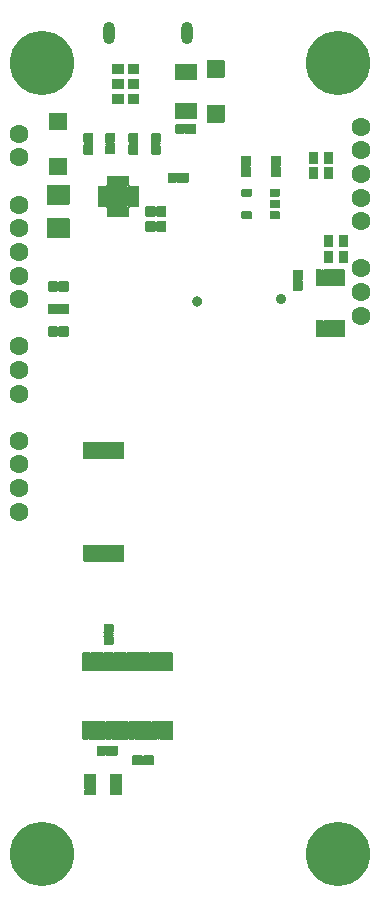
<source format=gbr>
G04 #@! TF.GenerationSoftware,KiCad,Pcbnew,5.1.8+dfsg1-1~bpo10+1*
G04 #@! TF.CreationDate,2021-02-15T21:00:27+01:00*
G04 #@! TF.ProjectId,easyhive,65617379-6869-4766-952e-6b696361645f,rev?*
G04 #@! TF.SameCoordinates,Original*
G04 #@! TF.FileFunction,Soldermask,Bot*
G04 #@! TF.FilePolarity,Negative*
%FSLAX46Y46*%
G04 Gerber Fmt 4.6, Leading zero omitted, Abs format (unit mm)*
G04 Created by KiCad (PCBNEW 5.1.8+dfsg1-1~bpo10+1) date 2021-02-15 21:00:27*
%MOMM*%
%LPD*%
G01*
G04 APERTURE LIST*
%ADD10O,1.002000X1.902000*%
%ADD11C,1.602000*%
%ADD12C,0.610000*%
%ADD13C,5.436000*%
%ADD14C,0.100000*%
G04 APERTURE END LIST*
G36*
G01*
X140490000Y-132204000D02*
X139590000Y-132204000D01*
G75*
G02*
X139539000Y-132153000I0J51000D01*
G01*
X139539000Y-131753000D01*
G75*
G02*
X139590000Y-131702000I51000J0D01*
G01*
X140490000Y-131702000D01*
G75*
G02*
X140541000Y-131753000I0J-51000D01*
G01*
X140541000Y-132153000D01*
G75*
G02*
X140490000Y-132204000I-51000J0D01*
G01*
G37*
G36*
G01*
X140490000Y-132854000D02*
X139590000Y-132854000D01*
G75*
G02*
X139539000Y-132803000I0J51000D01*
G01*
X139539000Y-132403000D01*
G75*
G02*
X139590000Y-132352000I51000J0D01*
G01*
X140490000Y-132352000D01*
G75*
G02*
X140541000Y-132403000I0J-51000D01*
G01*
X140541000Y-132803000D01*
G75*
G02*
X140490000Y-132854000I-51000J0D01*
G01*
G37*
G36*
G01*
X140490000Y-133504000D02*
X139590000Y-133504000D01*
G75*
G02*
X139539000Y-133453000I0J51000D01*
G01*
X139539000Y-133053000D01*
G75*
G02*
X139590000Y-133002000I51000J0D01*
G01*
X140490000Y-133002000D01*
G75*
G02*
X140541000Y-133053000I0J-51000D01*
G01*
X140541000Y-133453000D01*
G75*
G02*
X140490000Y-133504000I-51000J0D01*
G01*
G37*
G36*
G01*
X142690000Y-132204000D02*
X141790000Y-132204000D01*
G75*
G02*
X141739000Y-132153000I0J51000D01*
G01*
X141739000Y-131753000D01*
G75*
G02*
X141790000Y-131702000I51000J0D01*
G01*
X142690000Y-131702000D01*
G75*
G02*
X142741000Y-131753000I0J-51000D01*
G01*
X142741000Y-132153000D01*
G75*
G02*
X142690000Y-132204000I-51000J0D01*
G01*
G37*
G36*
G01*
X142690000Y-132854000D02*
X141790000Y-132854000D01*
G75*
G02*
X141739000Y-132803000I0J51000D01*
G01*
X141739000Y-132403000D01*
G75*
G02*
X141790000Y-132352000I51000J0D01*
G01*
X142690000Y-132352000D01*
G75*
G02*
X142741000Y-132403000I0J-51000D01*
G01*
X142741000Y-132803000D01*
G75*
G02*
X142690000Y-132854000I-51000J0D01*
G01*
G37*
G36*
G01*
X142690000Y-133504000D02*
X141790000Y-133504000D01*
G75*
G02*
X141739000Y-133453000I0J51000D01*
G01*
X141739000Y-133053000D01*
G75*
G02*
X141790000Y-133002000I51000J0D01*
G01*
X142690000Y-133002000D01*
G75*
G02*
X142741000Y-133053000I0J-51000D01*
G01*
X142741000Y-133453000D01*
G75*
G02*
X142690000Y-133504000I-51000J0D01*
G01*
G37*
G36*
G01*
X152926600Y-84072600D02*
X153665600Y-84072600D01*
G75*
G02*
X153747100Y-84154100I0J-81500D01*
G01*
X153747100Y-84643100D01*
G75*
G02*
X153665600Y-84724600I-81500J0D01*
G01*
X152926600Y-84724600D01*
G75*
G02*
X152845100Y-84643100I0J81500D01*
G01*
X152845100Y-84154100D01*
G75*
G02*
X152926600Y-84072600I81500J0D01*
G01*
G37*
G36*
G01*
X155326600Y-83122600D02*
X156065600Y-83122600D01*
G75*
G02*
X156147100Y-83204100I0J-81500D01*
G01*
X156147100Y-83693100D01*
G75*
G02*
X156065600Y-83774600I-81500J0D01*
G01*
X155326600Y-83774600D01*
G75*
G02*
X155245100Y-83693100I0J81500D01*
G01*
X155245100Y-83204100D01*
G75*
G02*
X155326600Y-83122600I81500J0D01*
G01*
G37*
G36*
G01*
X152926600Y-82172600D02*
X153665600Y-82172600D01*
G75*
G02*
X153747100Y-82254100I0J-81500D01*
G01*
X153747100Y-82743100D01*
G75*
G02*
X153665600Y-82824600I-81500J0D01*
G01*
X152926600Y-82824600D01*
G75*
G02*
X152845100Y-82743100I0J81500D01*
G01*
X152845100Y-82254100D01*
G75*
G02*
X152926600Y-82172600I81500J0D01*
G01*
G37*
G36*
G01*
X155326600Y-84072600D02*
X156065600Y-84072600D01*
G75*
G02*
X156147100Y-84154100I0J-81500D01*
G01*
X156147100Y-84643100D01*
G75*
G02*
X156065600Y-84724600I-81500J0D01*
G01*
X155326600Y-84724600D01*
G75*
G02*
X155245100Y-84643100I0J81500D01*
G01*
X155245100Y-84154100D01*
G75*
G02*
X155326600Y-84072600I81500J0D01*
G01*
G37*
G36*
G01*
X155326600Y-82172600D02*
X156065600Y-82172600D01*
G75*
G02*
X156147100Y-82254100I0J-81500D01*
G01*
X156147100Y-82743100D01*
G75*
G02*
X156065600Y-82824600I-81500J0D01*
G01*
X155326600Y-82824600D01*
G75*
G02*
X155245100Y-82743100I0J81500D01*
G01*
X155245100Y-82254100D01*
G75*
G02*
X155326600Y-82172600I81500J0D01*
G01*
G37*
G36*
G01*
X139500000Y-112324000D02*
X142900000Y-112324000D01*
G75*
G02*
X142951000Y-112375000I0J-51000D01*
G01*
X142951000Y-113675000D01*
G75*
G02*
X142900000Y-113726000I-51000J0D01*
G01*
X139500000Y-113726000D01*
G75*
G02*
X139449000Y-113675000I0J51000D01*
G01*
X139449000Y-112375000D01*
G75*
G02*
X139500000Y-112324000I51000J0D01*
G01*
G37*
G36*
G01*
X139500000Y-103624000D02*
X142900000Y-103624000D01*
G75*
G02*
X142951000Y-103675000I0J-51000D01*
G01*
X142951000Y-104975000D01*
G75*
G02*
X142900000Y-105026000I-51000J0D01*
G01*
X139500000Y-105026000D01*
G75*
G02*
X139449000Y-104975000I0J51000D01*
G01*
X139449000Y-103675000D01*
G75*
G02*
X139500000Y-103624000I51000J0D01*
G01*
G37*
D10*
X141671100Y-68962600D03*
X148271100Y-68962600D03*
D11*
X163000000Y-88900000D03*
X163000000Y-90900000D03*
X163000000Y-92900000D03*
X134001100Y-109503600D03*
X134001100Y-107503600D03*
X134001100Y-105503600D03*
X134001100Y-103503600D03*
X134001100Y-99503600D03*
X134001100Y-97503600D03*
X134001100Y-95503600D03*
X134001100Y-91503600D03*
X134001100Y-89503600D03*
X134001100Y-87503600D03*
X134001100Y-85503600D03*
X134001100Y-83503600D03*
X163001100Y-84903600D03*
X163001100Y-82903600D03*
X163001100Y-80903600D03*
X163001100Y-78903600D03*
X163001100Y-76903600D03*
X134001100Y-77503600D03*
X134001100Y-79503600D03*
G36*
G01*
X149549600Y-91703600D02*
X149549600Y-91703600D01*
G75*
G02*
X149098600Y-92154600I-451000J0D01*
G01*
X149098600Y-92154600D01*
G75*
G02*
X148647600Y-91703600I0J451000D01*
G01*
X148647600Y-91703600D01*
G75*
G02*
X149098600Y-91252600I451000J0D01*
G01*
X149098600Y-91252600D01*
G75*
G02*
X149549600Y-91703600I0J-451000D01*
G01*
G37*
G36*
G01*
X156651000Y-91500000D02*
X156651000Y-91500000D01*
G75*
G02*
X156200000Y-91951000I-451000J0D01*
G01*
X156200000Y-91951000D01*
G75*
G02*
X155749000Y-91500000I0J451000D01*
G01*
X155749000Y-91500000D01*
G75*
G02*
X156200000Y-91049000I451000J0D01*
G01*
X156200000Y-91049000D01*
G75*
G02*
X156651000Y-91500000I0J-451000D01*
G01*
G37*
G36*
G01*
X158056000Y-90099200D02*
X158056000Y-90740800D01*
G75*
G02*
X157975800Y-90821000I-80200J0D01*
G01*
X157284200Y-90821000D01*
G75*
G02*
X157204000Y-90740800I0J80200D01*
G01*
X157204000Y-90099200D01*
G75*
G02*
X157284200Y-90019000I80200J0D01*
G01*
X157975800Y-90019000D01*
G75*
G02*
X158056000Y-90099200I0J-80200D01*
G01*
G37*
G36*
G01*
X158056000Y-89099200D02*
X158056000Y-89740800D01*
G75*
G02*
X157975800Y-89821000I-80200J0D01*
G01*
X157284200Y-89821000D01*
G75*
G02*
X157204000Y-89740800I0J80200D01*
G01*
X157204000Y-89099200D01*
G75*
G02*
X157284200Y-89019000I80200J0D01*
G01*
X157975800Y-89019000D01*
G75*
G02*
X158056000Y-89099200I0J-80200D01*
G01*
G37*
G36*
G01*
X137530300Y-91912600D02*
X138171900Y-91912600D01*
G75*
G02*
X138252100Y-91992800I0J-80200D01*
G01*
X138252100Y-92684400D01*
G75*
G02*
X138171900Y-92764600I-80200J0D01*
G01*
X137530300Y-92764600D01*
G75*
G02*
X137450100Y-92684400I0J80200D01*
G01*
X137450100Y-91992800D01*
G75*
G02*
X137530300Y-91912600I80200J0D01*
G01*
G37*
G36*
G01*
X136530300Y-91912600D02*
X137171900Y-91912600D01*
G75*
G02*
X137252100Y-91992800I0J-80200D01*
G01*
X137252100Y-92684400D01*
G75*
G02*
X137171900Y-92764600I-80200J0D01*
G01*
X136530300Y-92764600D01*
G75*
G02*
X136450100Y-92684400I0J80200D01*
G01*
X136450100Y-91992800D01*
G75*
G02*
X136530300Y-91912600I80200J0D01*
G01*
G37*
G36*
G01*
X137171900Y-94669600D02*
X136530300Y-94669600D01*
G75*
G02*
X136450100Y-94589400I0J80200D01*
G01*
X136450100Y-93897800D01*
G75*
G02*
X136530300Y-93817600I80200J0D01*
G01*
X137171900Y-93817600D01*
G75*
G02*
X137252100Y-93897800I0J-80200D01*
G01*
X137252100Y-94589400D01*
G75*
G02*
X137171900Y-94669600I-80200J0D01*
G01*
G37*
G36*
G01*
X138171900Y-94669600D02*
X137530300Y-94669600D01*
G75*
G02*
X137450100Y-94589400I0J80200D01*
G01*
X137450100Y-93897800D01*
G75*
G02*
X137530300Y-93817600I80200J0D01*
G01*
X138171900Y-93817600D01*
G75*
G02*
X138252100Y-93897800I0J-80200D01*
G01*
X138252100Y-94589400D01*
G75*
G02*
X138171900Y-94669600I-80200J0D01*
G01*
G37*
G36*
G01*
X147331900Y-81652100D02*
X146690300Y-81652100D01*
G75*
G02*
X146610100Y-81571900I0J80200D01*
G01*
X146610100Y-80880300D01*
G75*
G02*
X146690300Y-80800100I80200J0D01*
G01*
X147331900Y-80800100D01*
G75*
G02*
X147412100Y-80880300I0J-80200D01*
G01*
X147412100Y-81571900D01*
G75*
G02*
X147331900Y-81652100I-80200J0D01*
G01*
G37*
G36*
G01*
X148331900Y-81652100D02*
X147690300Y-81652100D01*
G75*
G02*
X147610100Y-81571900I0J80200D01*
G01*
X147610100Y-80880300D01*
G75*
G02*
X147690300Y-80800100I80200J0D01*
G01*
X148331900Y-80800100D01*
G75*
G02*
X148412100Y-80880300I0J-80200D01*
G01*
X148412100Y-81571900D01*
G75*
G02*
X148331900Y-81652100I-80200J0D01*
G01*
G37*
G36*
G01*
X146032100Y-78547800D02*
X146032100Y-79189400D01*
G75*
G02*
X145951900Y-79269600I-80200J0D01*
G01*
X145260300Y-79269600D01*
G75*
G02*
X145180100Y-79189400I0J80200D01*
G01*
X145180100Y-78547800D01*
G75*
G02*
X145260300Y-78467600I80200J0D01*
G01*
X145951900Y-78467600D01*
G75*
G02*
X146032100Y-78547800I0J-80200D01*
G01*
G37*
G36*
G01*
X146032100Y-77547800D02*
X146032100Y-78189400D01*
G75*
G02*
X145951900Y-78269600I-80200J0D01*
G01*
X145260300Y-78269600D01*
G75*
G02*
X145180100Y-78189400I0J80200D01*
G01*
X145180100Y-77547800D01*
G75*
G02*
X145260300Y-77467600I80200J0D01*
G01*
X145951900Y-77467600D01*
G75*
G02*
X146032100Y-77547800I0J-80200D01*
G01*
G37*
G36*
G01*
X140317100Y-78547800D02*
X140317100Y-79189400D01*
G75*
G02*
X140236900Y-79269600I-80200J0D01*
G01*
X139545300Y-79269600D01*
G75*
G02*
X139465100Y-79189400I0J80200D01*
G01*
X139465100Y-78547800D01*
G75*
G02*
X139545300Y-78467600I80200J0D01*
G01*
X140236900Y-78467600D01*
G75*
G02*
X140317100Y-78547800I0J-80200D01*
G01*
G37*
G36*
G01*
X140317100Y-77547800D02*
X140317100Y-78189400D01*
G75*
G02*
X140236900Y-78269600I-80200J0D01*
G01*
X139545300Y-78269600D01*
G75*
G02*
X139465100Y-78189400I0J80200D01*
G01*
X139465100Y-77547800D01*
G75*
G02*
X139545300Y-77467600I80200J0D01*
G01*
X140236900Y-77467600D01*
G75*
G02*
X140317100Y-77547800I0J-80200D01*
G01*
G37*
G36*
G01*
X144127100Y-78547800D02*
X144127100Y-79189400D01*
G75*
G02*
X144046900Y-79269600I-80200J0D01*
G01*
X143355300Y-79269600D01*
G75*
G02*
X143275100Y-79189400I0J80200D01*
G01*
X143275100Y-78547800D01*
G75*
G02*
X143355300Y-78467600I80200J0D01*
G01*
X144046900Y-78467600D01*
G75*
G02*
X144127100Y-78547800I0J-80200D01*
G01*
G37*
G36*
G01*
X144127100Y-77547800D02*
X144127100Y-78189400D01*
G75*
G02*
X144046900Y-78269600I-80200J0D01*
G01*
X143355300Y-78269600D01*
G75*
G02*
X143275100Y-78189400I0J80200D01*
G01*
X143275100Y-77547800D01*
G75*
G02*
X143355300Y-77467600I80200J0D01*
G01*
X144046900Y-77467600D01*
G75*
G02*
X144127100Y-77547800I0J-80200D01*
G01*
G37*
G36*
G01*
X147246099Y-74922600D02*
X149046101Y-74922600D01*
G75*
G02*
X149097100Y-74973599I0J-50999D01*
G01*
X149097100Y-76173601D01*
G75*
G02*
X149046101Y-76224600I-50999J0D01*
G01*
X147246099Y-76224600D01*
G75*
G02*
X147195100Y-76173601I0J50999D01*
G01*
X147195100Y-74973599D01*
G75*
G02*
X147246099Y-74922600I50999J0D01*
G01*
G37*
G36*
G01*
X147246099Y-71622600D02*
X149046101Y-71622600D01*
G75*
G02*
X149097100Y-71673599I0J-50999D01*
G01*
X149097100Y-72873601D01*
G75*
G02*
X149046101Y-72924600I-50999J0D01*
G01*
X147246099Y-72924600D01*
G75*
G02*
X147195100Y-72873601I0J50999D01*
G01*
X147195100Y-71673599D01*
G75*
G02*
X147246099Y-71622600I50999J0D01*
G01*
G37*
G36*
G01*
X159651000Y-93325000D02*
X159651000Y-94675000D01*
G75*
G02*
X159600000Y-94726000I-51000J0D01*
G01*
X159200000Y-94726000D01*
G75*
G02*
X159149000Y-94675000I0J51000D01*
G01*
X159149000Y-93325000D01*
G75*
G02*
X159200000Y-93274000I51000J0D01*
G01*
X159600000Y-93274000D01*
G75*
G02*
X159651000Y-93325000I0J-51000D01*
G01*
G37*
G36*
G01*
X160301000Y-93325000D02*
X160301000Y-94675000D01*
G75*
G02*
X160250000Y-94726000I-51000J0D01*
G01*
X159850000Y-94726000D01*
G75*
G02*
X159799000Y-94675000I0J51000D01*
G01*
X159799000Y-93325000D01*
G75*
G02*
X159850000Y-93274000I51000J0D01*
G01*
X160250000Y-93274000D01*
G75*
G02*
X160301000Y-93325000I0J-51000D01*
G01*
G37*
G36*
G01*
X160951000Y-93325000D02*
X160951000Y-94675000D01*
G75*
G02*
X160900000Y-94726000I-51000J0D01*
G01*
X160500000Y-94726000D01*
G75*
G02*
X160449000Y-94675000I0J51000D01*
G01*
X160449000Y-93325000D01*
G75*
G02*
X160500000Y-93274000I51000J0D01*
G01*
X160900000Y-93274000D01*
G75*
G02*
X160951000Y-93325000I0J-51000D01*
G01*
G37*
G36*
G01*
X161601000Y-93325000D02*
X161601000Y-94675000D01*
G75*
G02*
X161550000Y-94726000I-51000J0D01*
G01*
X161150000Y-94726000D01*
G75*
G02*
X161099000Y-94675000I0J51000D01*
G01*
X161099000Y-93325000D01*
G75*
G02*
X161150000Y-93274000I51000J0D01*
G01*
X161550000Y-93274000D01*
G75*
G02*
X161601000Y-93325000I0J-51000D01*
G01*
G37*
G36*
G01*
X161099000Y-90375000D02*
X161099000Y-89025000D01*
G75*
G02*
X161150000Y-88974000I51000J0D01*
G01*
X161550000Y-88974000D01*
G75*
G02*
X161601000Y-89025000I0J-51000D01*
G01*
X161601000Y-90375000D01*
G75*
G02*
X161550000Y-90426000I-51000J0D01*
G01*
X161150000Y-90426000D01*
G75*
G02*
X161099000Y-90375000I0J51000D01*
G01*
G37*
G36*
G01*
X160449000Y-90375000D02*
X160449000Y-89025000D01*
G75*
G02*
X160500000Y-88974000I51000J0D01*
G01*
X160900000Y-88974000D01*
G75*
G02*
X160951000Y-89025000I0J-51000D01*
G01*
X160951000Y-90375000D01*
G75*
G02*
X160900000Y-90426000I-51000J0D01*
G01*
X160500000Y-90426000D01*
G75*
G02*
X160449000Y-90375000I0J51000D01*
G01*
G37*
G36*
G01*
X159799000Y-90375000D02*
X159799000Y-89025000D01*
G75*
G02*
X159850000Y-88974000I51000J0D01*
G01*
X160250000Y-88974000D01*
G75*
G02*
X160301000Y-89025000I0J-51000D01*
G01*
X160301000Y-90375000D01*
G75*
G02*
X160250000Y-90426000I-51000J0D01*
G01*
X159850000Y-90426000D01*
G75*
G02*
X159799000Y-90375000I0J51000D01*
G01*
G37*
G36*
G01*
X159149000Y-90375000D02*
X159149000Y-89025000D01*
G75*
G02*
X159200000Y-88974000I51000J0D01*
G01*
X159600000Y-88974000D01*
G75*
G02*
X159651000Y-89025000I0J-51000D01*
G01*
X159651000Y-90375000D01*
G75*
G02*
X159600000Y-90426000I-51000J0D01*
G01*
X159200000Y-90426000D01*
G75*
G02*
X159149000Y-90375000I0J51000D01*
G01*
G37*
G36*
G01*
X139931000Y-121484000D02*
X139931000Y-122948000D01*
G75*
G02*
X139862000Y-123017000I-69000J0D01*
G01*
X139448000Y-123017000D01*
G75*
G02*
X139379000Y-122948000I0J69000D01*
G01*
X139379000Y-121484000D01*
G75*
G02*
X139448000Y-121415000I69000J0D01*
G01*
X139862000Y-121415000D01*
G75*
G02*
X139931000Y-121484000I0J-69000D01*
G01*
G37*
G36*
G01*
X140581000Y-121484000D02*
X140581000Y-122948000D01*
G75*
G02*
X140512000Y-123017000I-69000J0D01*
G01*
X140098000Y-123017000D01*
G75*
G02*
X140029000Y-122948000I0J69000D01*
G01*
X140029000Y-121484000D01*
G75*
G02*
X140098000Y-121415000I69000J0D01*
G01*
X140512000Y-121415000D01*
G75*
G02*
X140581000Y-121484000I0J-69000D01*
G01*
G37*
G36*
G01*
X141231000Y-121484000D02*
X141231000Y-122948000D01*
G75*
G02*
X141162000Y-123017000I-69000J0D01*
G01*
X140748000Y-123017000D01*
G75*
G02*
X140679000Y-122948000I0J69000D01*
G01*
X140679000Y-121484000D01*
G75*
G02*
X140748000Y-121415000I69000J0D01*
G01*
X141162000Y-121415000D01*
G75*
G02*
X141231000Y-121484000I0J-69000D01*
G01*
G37*
G36*
G01*
X141881000Y-121484000D02*
X141881000Y-122948000D01*
G75*
G02*
X141812000Y-123017000I-69000J0D01*
G01*
X141398000Y-123017000D01*
G75*
G02*
X141329000Y-122948000I0J69000D01*
G01*
X141329000Y-121484000D01*
G75*
G02*
X141398000Y-121415000I69000J0D01*
G01*
X141812000Y-121415000D01*
G75*
G02*
X141881000Y-121484000I0J-69000D01*
G01*
G37*
G36*
G01*
X142531000Y-121484000D02*
X142531000Y-122948000D01*
G75*
G02*
X142462000Y-123017000I-69000J0D01*
G01*
X142048000Y-123017000D01*
G75*
G02*
X141979000Y-122948000I0J69000D01*
G01*
X141979000Y-121484000D01*
G75*
G02*
X142048000Y-121415000I69000J0D01*
G01*
X142462000Y-121415000D01*
G75*
G02*
X142531000Y-121484000I0J-69000D01*
G01*
G37*
G36*
G01*
X143181000Y-121484000D02*
X143181000Y-122948000D01*
G75*
G02*
X143112000Y-123017000I-69000J0D01*
G01*
X142698000Y-123017000D01*
G75*
G02*
X142629000Y-122948000I0J69000D01*
G01*
X142629000Y-121484000D01*
G75*
G02*
X142698000Y-121415000I69000J0D01*
G01*
X143112000Y-121415000D01*
G75*
G02*
X143181000Y-121484000I0J-69000D01*
G01*
G37*
G36*
G01*
X143831000Y-121484000D02*
X143831000Y-122948000D01*
G75*
G02*
X143762000Y-123017000I-69000J0D01*
G01*
X143348000Y-123017000D01*
G75*
G02*
X143279000Y-122948000I0J69000D01*
G01*
X143279000Y-121484000D01*
G75*
G02*
X143348000Y-121415000I69000J0D01*
G01*
X143762000Y-121415000D01*
G75*
G02*
X143831000Y-121484000I0J-69000D01*
G01*
G37*
G36*
G01*
X144481000Y-121484000D02*
X144481000Y-122948000D01*
G75*
G02*
X144412000Y-123017000I-69000J0D01*
G01*
X143998000Y-123017000D01*
G75*
G02*
X143929000Y-122948000I0J69000D01*
G01*
X143929000Y-121484000D01*
G75*
G02*
X143998000Y-121415000I69000J0D01*
G01*
X144412000Y-121415000D01*
G75*
G02*
X144481000Y-121484000I0J-69000D01*
G01*
G37*
G36*
G01*
X145131000Y-121484000D02*
X145131000Y-122948000D01*
G75*
G02*
X145062000Y-123017000I-69000J0D01*
G01*
X144648000Y-123017000D01*
G75*
G02*
X144579000Y-122948000I0J69000D01*
G01*
X144579000Y-121484000D01*
G75*
G02*
X144648000Y-121415000I69000J0D01*
G01*
X145062000Y-121415000D01*
G75*
G02*
X145131000Y-121484000I0J-69000D01*
G01*
G37*
G36*
G01*
X145781000Y-121484000D02*
X145781000Y-122948000D01*
G75*
G02*
X145712000Y-123017000I-69000J0D01*
G01*
X145298000Y-123017000D01*
G75*
G02*
X145229000Y-122948000I0J69000D01*
G01*
X145229000Y-121484000D01*
G75*
G02*
X145298000Y-121415000I69000J0D01*
G01*
X145712000Y-121415000D01*
G75*
G02*
X145781000Y-121484000I0J-69000D01*
G01*
G37*
G36*
G01*
X146431000Y-121484000D02*
X146431000Y-122948000D01*
G75*
G02*
X146362000Y-123017000I-69000J0D01*
G01*
X145948000Y-123017000D01*
G75*
G02*
X145879000Y-122948000I0J69000D01*
G01*
X145879000Y-121484000D01*
G75*
G02*
X145948000Y-121415000I69000J0D01*
G01*
X146362000Y-121415000D01*
G75*
G02*
X146431000Y-121484000I0J-69000D01*
G01*
G37*
G36*
G01*
X147081000Y-121484000D02*
X147081000Y-122948000D01*
G75*
G02*
X147012000Y-123017000I-69000J0D01*
G01*
X146598000Y-123017000D01*
G75*
G02*
X146529000Y-122948000I0J69000D01*
G01*
X146529000Y-121484000D01*
G75*
G02*
X146598000Y-121415000I69000J0D01*
G01*
X147012000Y-121415000D01*
G75*
G02*
X147081000Y-121484000I0J-69000D01*
G01*
G37*
G36*
G01*
X139931000Y-127284000D02*
X139931000Y-128748000D01*
G75*
G02*
X139862000Y-128817000I-69000J0D01*
G01*
X139448000Y-128817000D01*
G75*
G02*
X139379000Y-128748000I0J69000D01*
G01*
X139379000Y-127284000D01*
G75*
G02*
X139448000Y-127215000I69000J0D01*
G01*
X139862000Y-127215000D01*
G75*
G02*
X139931000Y-127284000I0J-69000D01*
G01*
G37*
G36*
G01*
X140581000Y-127284000D02*
X140581000Y-128748000D01*
G75*
G02*
X140512000Y-128817000I-69000J0D01*
G01*
X140098000Y-128817000D01*
G75*
G02*
X140029000Y-128748000I0J69000D01*
G01*
X140029000Y-127284000D01*
G75*
G02*
X140098000Y-127215000I69000J0D01*
G01*
X140512000Y-127215000D01*
G75*
G02*
X140581000Y-127284000I0J-69000D01*
G01*
G37*
G36*
G01*
X141231000Y-127284000D02*
X141231000Y-128748000D01*
G75*
G02*
X141162000Y-128817000I-69000J0D01*
G01*
X140748000Y-128817000D01*
G75*
G02*
X140679000Y-128748000I0J69000D01*
G01*
X140679000Y-127284000D01*
G75*
G02*
X140748000Y-127215000I69000J0D01*
G01*
X141162000Y-127215000D01*
G75*
G02*
X141231000Y-127284000I0J-69000D01*
G01*
G37*
G36*
G01*
X141881000Y-127284000D02*
X141881000Y-128748000D01*
G75*
G02*
X141812000Y-128817000I-69000J0D01*
G01*
X141398000Y-128817000D01*
G75*
G02*
X141329000Y-128748000I0J69000D01*
G01*
X141329000Y-127284000D01*
G75*
G02*
X141398000Y-127215000I69000J0D01*
G01*
X141812000Y-127215000D01*
G75*
G02*
X141881000Y-127284000I0J-69000D01*
G01*
G37*
G36*
G01*
X142531000Y-127284000D02*
X142531000Y-128748000D01*
G75*
G02*
X142462000Y-128817000I-69000J0D01*
G01*
X142048000Y-128817000D01*
G75*
G02*
X141979000Y-128748000I0J69000D01*
G01*
X141979000Y-127284000D01*
G75*
G02*
X142048000Y-127215000I69000J0D01*
G01*
X142462000Y-127215000D01*
G75*
G02*
X142531000Y-127284000I0J-69000D01*
G01*
G37*
G36*
G01*
X143181000Y-127284000D02*
X143181000Y-128748000D01*
G75*
G02*
X143112000Y-128817000I-69000J0D01*
G01*
X142698000Y-128817000D01*
G75*
G02*
X142629000Y-128748000I0J69000D01*
G01*
X142629000Y-127284000D01*
G75*
G02*
X142698000Y-127215000I69000J0D01*
G01*
X143112000Y-127215000D01*
G75*
G02*
X143181000Y-127284000I0J-69000D01*
G01*
G37*
G36*
G01*
X143831000Y-127284000D02*
X143831000Y-128748000D01*
G75*
G02*
X143762000Y-128817000I-69000J0D01*
G01*
X143348000Y-128817000D01*
G75*
G02*
X143279000Y-128748000I0J69000D01*
G01*
X143279000Y-127284000D01*
G75*
G02*
X143348000Y-127215000I69000J0D01*
G01*
X143762000Y-127215000D01*
G75*
G02*
X143831000Y-127284000I0J-69000D01*
G01*
G37*
G36*
G01*
X144481000Y-127284000D02*
X144481000Y-128748000D01*
G75*
G02*
X144412000Y-128817000I-69000J0D01*
G01*
X143998000Y-128817000D01*
G75*
G02*
X143929000Y-128748000I0J69000D01*
G01*
X143929000Y-127284000D01*
G75*
G02*
X143998000Y-127215000I69000J0D01*
G01*
X144412000Y-127215000D01*
G75*
G02*
X144481000Y-127284000I0J-69000D01*
G01*
G37*
G36*
G01*
X145131000Y-127284000D02*
X145131000Y-128748000D01*
G75*
G02*
X145062000Y-128817000I-69000J0D01*
G01*
X144648000Y-128817000D01*
G75*
G02*
X144579000Y-128748000I0J69000D01*
G01*
X144579000Y-127284000D01*
G75*
G02*
X144648000Y-127215000I69000J0D01*
G01*
X145062000Y-127215000D01*
G75*
G02*
X145131000Y-127284000I0J-69000D01*
G01*
G37*
G36*
G01*
X145781000Y-127284000D02*
X145781000Y-128748000D01*
G75*
G02*
X145712000Y-128817000I-69000J0D01*
G01*
X145298000Y-128817000D01*
G75*
G02*
X145229000Y-128748000I0J69000D01*
G01*
X145229000Y-127284000D01*
G75*
G02*
X145298000Y-127215000I69000J0D01*
G01*
X145712000Y-127215000D01*
G75*
G02*
X145781000Y-127284000I0J-69000D01*
G01*
G37*
G36*
G01*
X146431000Y-127284000D02*
X146431000Y-128748000D01*
G75*
G02*
X146362000Y-128817000I-69000J0D01*
G01*
X145948000Y-128817000D01*
G75*
G02*
X145879000Y-128748000I0J69000D01*
G01*
X145879000Y-127284000D01*
G75*
G02*
X145948000Y-127215000I69000J0D01*
G01*
X146362000Y-127215000D01*
G75*
G02*
X146431000Y-127284000I0J-69000D01*
G01*
G37*
G36*
G01*
X147081000Y-127284000D02*
X147081000Y-128748000D01*
G75*
G02*
X147012000Y-128817000I-69000J0D01*
G01*
X146598000Y-128817000D01*
G75*
G02*
X146529000Y-128748000I0J69000D01*
G01*
X146529000Y-127284000D01*
G75*
G02*
X146598000Y-127215000I69000J0D01*
G01*
X147012000Y-127215000D01*
G75*
G02*
X147081000Y-127284000I0J-69000D01*
G01*
G37*
G36*
G01*
X144182100Y-82431600D02*
X144182100Y-82695600D01*
G75*
G02*
X144138100Y-82739600I-44000J0D01*
G01*
X143524100Y-82739600D01*
G75*
G02*
X143480100Y-82695600I0J44000D01*
G01*
X143480100Y-82431600D01*
G75*
G02*
X143524100Y-82387600I44000J0D01*
G01*
X144138100Y-82387600D01*
G75*
G02*
X144182100Y-82431600I0J-44000D01*
G01*
G37*
G36*
G01*
X144182100Y-81931600D02*
X144182100Y-82195600D01*
G75*
G02*
X144138100Y-82239600I-44000J0D01*
G01*
X143524100Y-82239600D01*
G75*
G02*
X143480100Y-82195600I0J44000D01*
G01*
X143480100Y-81931600D01*
G75*
G02*
X143524100Y-81887600I44000J0D01*
G01*
X144138100Y-81887600D01*
G75*
G02*
X144182100Y-81931600I0J-44000D01*
G01*
G37*
G36*
G01*
X144182100Y-82931600D02*
X144182100Y-83195600D01*
G75*
G02*
X144138100Y-83239600I-44000J0D01*
G01*
X143524100Y-83239600D01*
G75*
G02*
X143480100Y-83195600I0J44000D01*
G01*
X143480100Y-82931600D01*
G75*
G02*
X143524100Y-82887600I44000J0D01*
G01*
X144138100Y-82887600D01*
G75*
G02*
X144182100Y-82931600I0J-44000D01*
G01*
G37*
G36*
G01*
X144182100Y-83431600D02*
X144182100Y-83695600D01*
G75*
G02*
X144138100Y-83739600I-44000J0D01*
G01*
X143524100Y-83739600D01*
G75*
G02*
X143480100Y-83695600I0J44000D01*
G01*
X143480100Y-83431600D01*
G75*
G02*
X143524100Y-83387600I44000J0D01*
G01*
X144138100Y-83387600D01*
G75*
G02*
X144182100Y-83431600I0J-44000D01*
G01*
G37*
G36*
G01*
X143313100Y-84564600D02*
X143049100Y-84564600D01*
G75*
G02*
X143005100Y-84520600I0J44000D01*
G01*
X143005100Y-83906600D01*
G75*
G02*
X143049100Y-83862600I44000J0D01*
G01*
X143313100Y-83862600D01*
G75*
G02*
X143357100Y-83906600I0J-44000D01*
G01*
X143357100Y-84520600D01*
G75*
G02*
X143313100Y-84564600I-44000J0D01*
G01*
G37*
G36*
G01*
X142813100Y-84564600D02*
X142549100Y-84564600D01*
G75*
G02*
X142505100Y-84520600I0J44000D01*
G01*
X142505100Y-83906600D01*
G75*
G02*
X142549100Y-83862600I44000J0D01*
G01*
X142813100Y-83862600D01*
G75*
G02*
X142857100Y-83906600I0J-44000D01*
G01*
X142857100Y-84520600D01*
G75*
G02*
X142813100Y-84564600I-44000J0D01*
G01*
G37*
G36*
G01*
X142313100Y-84564600D02*
X142049100Y-84564600D01*
G75*
G02*
X142005100Y-84520600I0J44000D01*
G01*
X142005100Y-83906600D01*
G75*
G02*
X142049100Y-83862600I44000J0D01*
G01*
X142313100Y-83862600D01*
G75*
G02*
X142357100Y-83906600I0J-44000D01*
G01*
X142357100Y-84520600D01*
G75*
G02*
X142313100Y-84564600I-44000J0D01*
G01*
G37*
G36*
G01*
X141813100Y-84564600D02*
X141549100Y-84564600D01*
G75*
G02*
X141505100Y-84520600I0J44000D01*
G01*
X141505100Y-83906600D01*
G75*
G02*
X141549100Y-83862600I44000J0D01*
G01*
X141813100Y-83862600D01*
G75*
G02*
X141857100Y-83906600I0J-44000D01*
G01*
X141857100Y-84520600D01*
G75*
G02*
X141813100Y-84564600I-44000J0D01*
G01*
G37*
G36*
G01*
X140680100Y-83695600D02*
X140680100Y-83431600D01*
G75*
G02*
X140724100Y-83387600I44000J0D01*
G01*
X141338100Y-83387600D01*
G75*
G02*
X141382100Y-83431600I0J-44000D01*
G01*
X141382100Y-83695600D01*
G75*
G02*
X141338100Y-83739600I-44000J0D01*
G01*
X140724100Y-83739600D01*
G75*
G02*
X140680100Y-83695600I0J44000D01*
G01*
G37*
G36*
G01*
X140680100Y-83195600D02*
X140680100Y-82931600D01*
G75*
G02*
X140724100Y-82887600I44000J0D01*
G01*
X141338100Y-82887600D01*
G75*
G02*
X141382100Y-82931600I0J-44000D01*
G01*
X141382100Y-83195600D01*
G75*
G02*
X141338100Y-83239600I-44000J0D01*
G01*
X140724100Y-83239600D01*
G75*
G02*
X140680100Y-83195600I0J44000D01*
G01*
G37*
G36*
G01*
X140680100Y-82695600D02*
X140680100Y-82431600D01*
G75*
G02*
X140724100Y-82387600I44000J0D01*
G01*
X141338100Y-82387600D01*
G75*
G02*
X141382100Y-82431600I0J-44000D01*
G01*
X141382100Y-82695600D01*
G75*
G02*
X141338100Y-82739600I-44000J0D01*
G01*
X140724100Y-82739600D01*
G75*
G02*
X140680100Y-82695600I0J44000D01*
G01*
G37*
G36*
G01*
X140680100Y-82195600D02*
X140680100Y-81931600D01*
G75*
G02*
X140724100Y-81887600I44000J0D01*
G01*
X141338100Y-81887600D01*
G75*
G02*
X141382100Y-81931600I0J-44000D01*
G01*
X141382100Y-82195600D01*
G75*
G02*
X141338100Y-82239600I-44000J0D01*
G01*
X140724100Y-82239600D01*
G75*
G02*
X140680100Y-82195600I0J44000D01*
G01*
G37*
G36*
G01*
X141549100Y-81062600D02*
X141813100Y-81062600D01*
G75*
G02*
X141857100Y-81106600I0J-44000D01*
G01*
X141857100Y-81720600D01*
G75*
G02*
X141813100Y-81764600I-44000J0D01*
G01*
X141549100Y-81764600D01*
G75*
G02*
X141505100Y-81720600I0J44000D01*
G01*
X141505100Y-81106600D01*
G75*
G02*
X141549100Y-81062600I44000J0D01*
G01*
G37*
G36*
G01*
X142049100Y-81062600D02*
X142313100Y-81062600D01*
G75*
G02*
X142357100Y-81106600I0J-44000D01*
G01*
X142357100Y-81720600D01*
G75*
G02*
X142313100Y-81764600I-44000J0D01*
G01*
X142049100Y-81764600D01*
G75*
G02*
X142005100Y-81720600I0J44000D01*
G01*
X142005100Y-81106600D01*
G75*
G02*
X142049100Y-81062600I44000J0D01*
G01*
G37*
G36*
G01*
X142549100Y-81062600D02*
X142813100Y-81062600D01*
G75*
G02*
X142857100Y-81106600I0J-44000D01*
G01*
X142857100Y-81720600D01*
G75*
G02*
X142813100Y-81764600I-44000J0D01*
G01*
X142549100Y-81764600D01*
G75*
G02*
X142505100Y-81720600I0J44000D01*
G01*
X142505100Y-81106600D01*
G75*
G02*
X142549100Y-81062600I44000J0D01*
G01*
G37*
G36*
G01*
X143049100Y-81062600D02*
X143313100Y-81062600D01*
G75*
G02*
X143357100Y-81106600I0J-44000D01*
G01*
X143357100Y-81720600D01*
G75*
G02*
X143313100Y-81764600I-44000J0D01*
G01*
X143049100Y-81764600D01*
G75*
G02*
X143005100Y-81720600I0J44000D01*
G01*
X143005100Y-81106600D01*
G75*
G02*
X143049100Y-81062600I44000J0D01*
G01*
G37*
G36*
G01*
X143282100Y-82047700D02*
X143282100Y-83579500D01*
G75*
G02*
X143197000Y-83664600I-85100J0D01*
G01*
X141665200Y-83664600D01*
G75*
G02*
X141580100Y-83579500I0J85100D01*
G01*
X141580100Y-82047700D01*
G75*
G02*
X141665200Y-81962600I85100J0D01*
G01*
X143197000Y-81962600D01*
G75*
G02*
X143282100Y-82047700I0J-85100D01*
G01*
G37*
D12*
X142981100Y-82263600D03*
X142931100Y-83313600D03*
X142431100Y-82813600D03*
X141881100Y-82263600D03*
D13*
X161001100Y-138503600D03*
X161001100Y-71503600D03*
X136001100Y-71503600D03*
X135991600Y-138506200D03*
G36*
G01*
X136451100Y-84632600D02*
X138251100Y-84632600D01*
G75*
G02*
X138302100Y-84683600I0J-51000D01*
G01*
X138302100Y-86283600D01*
G75*
G02*
X138251100Y-86334600I-51000J0D01*
G01*
X136451100Y-86334600D01*
G75*
G02*
X136400100Y-86283600I0J51000D01*
G01*
X136400100Y-84683600D01*
G75*
G02*
X136451100Y-84632600I51000J0D01*
G01*
G37*
G36*
G01*
X136451100Y-81832600D02*
X138251100Y-81832600D01*
G75*
G02*
X138302100Y-81883600I0J-51000D01*
G01*
X138302100Y-83483600D01*
G75*
G02*
X138251100Y-83534600I-51000J0D01*
G01*
X136451100Y-83534600D01*
G75*
G02*
X136400100Y-83483600I0J51000D01*
G01*
X136400100Y-81883600D01*
G75*
G02*
X136451100Y-81832600I51000J0D01*
G01*
G37*
G36*
G01*
X161842000Y-87109600D02*
X161120200Y-87109600D01*
G75*
G02*
X161080100Y-87069500I0J40100D01*
G01*
X161080100Y-86147700D01*
G75*
G02*
X161120200Y-86107600I40100J0D01*
G01*
X161842000Y-86107600D01*
G75*
G02*
X161882100Y-86147700I0J-40100D01*
G01*
X161882100Y-87069500D01*
G75*
G02*
X161842000Y-87109600I-40100J0D01*
G01*
G37*
G36*
G01*
X161842000Y-88409600D02*
X161120200Y-88409600D01*
G75*
G02*
X161080100Y-88369500I0J40100D01*
G01*
X161080100Y-87447700D01*
G75*
G02*
X161120200Y-87407600I40100J0D01*
G01*
X161842000Y-87407600D01*
G75*
G02*
X161882100Y-87447700I0J-40100D01*
G01*
X161882100Y-88369500D01*
G75*
G02*
X161842000Y-88409600I-40100J0D01*
G01*
G37*
G36*
G01*
X160572000Y-87109600D02*
X159850200Y-87109600D01*
G75*
G02*
X159810100Y-87069500I0J40100D01*
G01*
X159810100Y-86147700D01*
G75*
G02*
X159850200Y-86107600I40100J0D01*
G01*
X160572000Y-86107600D01*
G75*
G02*
X160612100Y-86147700I0J-40100D01*
G01*
X160612100Y-87069500D01*
G75*
G02*
X160572000Y-87109600I-40100J0D01*
G01*
G37*
G36*
G01*
X160572000Y-88409600D02*
X159850200Y-88409600D01*
G75*
G02*
X159810100Y-88369500I0J40100D01*
G01*
X159810100Y-87447700D01*
G75*
G02*
X159850200Y-87407600I40100J0D01*
G01*
X160572000Y-87407600D01*
G75*
G02*
X160612100Y-87447700I0J-40100D01*
G01*
X160612100Y-88369500D01*
G75*
G02*
X160572000Y-88409600I-40100J0D01*
G01*
G37*
G36*
G01*
X159850200Y-80357600D02*
X160572000Y-80357600D01*
G75*
G02*
X160612100Y-80397700I0J-40100D01*
G01*
X160612100Y-81319500D01*
G75*
G02*
X160572000Y-81359600I-40100J0D01*
G01*
X159850200Y-81359600D01*
G75*
G02*
X159810100Y-81319500I0J40100D01*
G01*
X159810100Y-80397700D01*
G75*
G02*
X159850200Y-80357600I40100J0D01*
G01*
G37*
G36*
G01*
X159850200Y-79057600D02*
X160572000Y-79057600D01*
G75*
G02*
X160612100Y-79097700I0J-40100D01*
G01*
X160612100Y-80019500D01*
G75*
G02*
X160572000Y-80059600I-40100J0D01*
G01*
X159850200Y-80059600D01*
G75*
G02*
X159810100Y-80019500I0J40100D01*
G01*
X159810100Y-79097700D01*
G75*
G02*
X159850200Y-79057600I40100J0D01*
G01*
G37*
G36*
G01*
X158580200Y-80357600D02*
X159302000Y-80357600D01*
G75*
G02*
X159342100Y-80397700I0J-40100D01*
G01*
X159342100Y-81319500D01*
G75*
G02*
X159302000Y-81359600I-40100J0D01*
G01*
X158580200Y-81359600D01*
G75*
G02*
X158540100Y-81319500I0J40100D01*
G01*
X158540100Y-80397700D01*
G75*
G02*
X158580200Y-80357600I40100J0D01*
G01*
G37*
G36*
G01*
X158580200Y-79057600D02*
X159302000Y-79057600D01*
G75*
G02*
X159342100Y-79097700I0J-40100D01*
G01*
X159342100Y-80019500D01*
G75*
G02*
X159302000Y-80059600I-40100J0D01*
G01*
X158580200Y-80059600D01*
G75*
G02*
X158540100Y-80019500I0J40100D01*
G01*
X158540100Y-79097700D01*
G75*
G02*
X158580200Y-79057600I40100J0D01*
G01*
G37*
G36*
G01*
X143215100Y-72379500D02*
X143215100Y-71657700D01*
G75*
G02*
X143255200Y-71617600I40100J0D01*
G01*
X144177000Y-71617600D01*
G75*
G02*
X144217100Y-71657700I0J-40100D01*
G01*
X144217100Y-72379500D01*
G75*
G02*
X144177000Y-72419600I-40100J0D01*
G01*
X143255200Y-72419600D01*
G75*
G02*
X143215100Y-72379500I0J40100D01*
G01*
G37*
G36*
G01*
X141915100Y-72379500D02*
X141915100Y-71657700D01*
G75*
G02*
X141955200Y-71617600I40100J0D01*
G01*
X142877000Y-71617600D01*
G75*
G02*
X142917100Y-71657700I0J-40100D01*
G01*
X142917100Y-72379500D01*
G75*
G02*
X142877000Y-72419600I-40100J0D01*
G01*
X141955200Y-72419600D01*
G75*
G02*
X141915100Y-72379500I0J40100D01*
G01*
G37*
G36*
G01*
X143215100Y-73649500D02*
X143215100Y-72927700D01*
G75*
G02*
X143255200Y-72887600I40100J0D01*
G01*
X144177000Y-72887600D01*
G75*
G02*
X144217100Y-72927700I0J-40100D01*
G01*
X144217100Y-73649500D01*
G75*
G02*
X144177000Y-73689600I-40100J0D01*
G01*
X143255200Y-73689600D01*
G75*
G02*
X143215100Y-73649500I0J40100D01*
G01*
G37*
G36*
G01*
X141915100Y-73649500D02*
X141915100Y-72927700D01*
G75*
G02*
X141955200Y-72887600I40100J0D01*
G01*
X142877000Y-72887600D01*
G75*
G02*
X142917100Y-72927700I0J-40100D01*
G01*
X142917100Y-73649500D01*
G75*
G02*
X142877000Y-73689600I-40100J0D01*
G01*
X141955200Y-73689600D01*
G75*
G02*
X141915100Y-73649500I0J40100D01*
G01*
G37*
G36*
G01*
X143215100Y-74919500D02*
X143215100Y-74197700D01*
G75*
G02*
X143255200Y-74157600I40100J0D01*
G01*
X144177000Y-74157600D01*
G75*
G02*
X144217100Y-74197700I0J-40100D01*
G01*
X144217100Y-74919500D01*
G75*
G02*
X144177000Y-74959600I-40100J0D01*
G01*
X143255200Y-74959600D01*
G75*
G02*
X143215100Y-74919500I0J40100D01*
G01*
G37*
G36*
G01*
X141915100Y-74919500D02*
X141915100Y-74197700D01*
G75*
G02*
X141955200Y-74157600I40100J0D01*
G01*
X142877000Y-74157600D01*
G75*
G02*
X142917100Y-74197700I0J-40100D01*
G01*
X142917100Y-74919500D01*
G75*
G02*
X142877000Y-74959600I-40100J0D01*
G01*
X141955200Y-74959600D01*
G75*
G02*
X141915100Y-74919500I0J40100D01*
G01*
G37*
G36*
G01*
X144338800Y-130982000D02*
X143697200Y-130982000D01*
G75*
G02*
X143617000Y-130901800I0J80200D01*
G01*
X143617000Y-130210200D01*
G75*
G02*
X143697200Y-130130000I80200J0D01*
G01*
X144338800Y-130130000D01*
G75*
G02*
X144419000Y-130210200I0J-80200D01*
G01*
X144419000Y-130901800D01*
G75*
G02*
X144338800Y-130982000I-80200J0D01*
G01*
G37*
G36*
G01*
X145338800Y-130982000D02*
X144697200Y-130982000D01*
G75*
G02*
X144617000Y-130901800I0J80200D01*
G01*
X144617000Y-130210200D01*
G75*
G02*
X144697200Y-130130000I80200J0D01*
G01*
X145338800Y-130130000D01*
G75*
G02*
X145419000Y-130210200I0J-80200D01*
G01*
X145419000Y-130901800D01*
G75*
G02*
X145338800Y-130982000I-80200J0D01*
G01*
G37*
G36*
G01*
X137171900Y-90859600D02*
X136530300Y-90859600D01*
G75*
G02*
X136450100Y-90779400I0J80200D01*
G01*
X136450100Y-90087800D01*
G75*
G02*
X136530300Y-90007600I80200J0D01*
G01*
X137171900Y-90007600D01*
G75*
G02*
X137252100Y-90087800I0J-80200D01*
G01*
X137252100Y-90779400D01*
G75*
G02*
X137171900Y-90859600I-80200J0D01*
G01*
G37*
G36*
G01*
X138171900Y-90859600D02*
X137530300Y-90859600D01*
G75*
G02*
X137450100Y-90779400I0J80200D01*
G01*
X137450100Y-90087800D01*
G75*
G02*
X137530300Y-90007600I80200J0D01*
G01*
X138171900Y-90007600D01*
G75*
G02*
X138252100Y-90087800I0J-80200D01*
G01*
X138252100Y-90779400D01*
G75*
G02*
X138171900Y-90859600I-80200J0D01*
G01*
G37*
G36*
G01*
X148325300Y-76672600D02*
X148966900Y-76672600D01*
G75*
G02*
X149047100Y-76752800I0J-80200D01*
G01*
X149047100Y-77444400D01*
G75*
G02*
X148966900Y-77524600I-80200J0D01*
G01*
X148325300Y-77524600D01*
G75*
G02*
X148245100Y-77444400I0J80200D01*
G01*
X148245100Y-76752800D01*
G75*
G02*
X148325300Y-76672600I80200J0D01*
G01*
G37*
G36*
G01*
X147325300Y-76672600D02*
X147966900Y-76672600D01*
G75*
G02*
X148047100Y-76752800I0J-80200D01*
G01*
X148047100Y-77444400D01*
G75*
G02*
X147966900Y-77524600I-80200J0D01*
G01*
X147325300Y-77524600D01*
G75*
G02*
X147245100Y-77444400I0J80200D01*
G01*
X147245100Y-76752800D01*
G75*
G02*
X147325300Y-76672600I80200J0D01*
G01*
G37*
G36*
G01*
X152800100Y-80094400D02*
X152800100Y-79452800D01*
G75*
G02*
X152880300Y-79372600I80200J0D01*
G01*
X153571900Y-79372600D01*
G75*
G02*
X153652100Y-79452800I0J-80200D01*
G01*
X153652100Y-80094400D01*
G75*
G02*
X153571900Y-80174600I-80200J0D01*
G01*
X152880300Y-80174600D01*
G75*
G02*
X152800100Y-80094400I0J80200D01*
G01*
G37*
G36*
G01*
X152800100Y-81094400D02*
X152800100Y-80452800D01*
G75*
G02*
X152880300Y-80372600I80200J0D01*
G01*
X153571900Y-80372600D01*
G75*
G02*
X153652100Y-80452800I0J-80200D01*
G01*
X153652100Y-81094400D01*
G75*
G02*
X153571900Y-81174600I-80200J0D01*
G01*
X152880300Y-81174600D01*
G75*
G02*
X152800100Y-81094400I0J80200D01*
G01*
G37*
G36*
G01*
X155340100Y-80094400D02*
X155340100Y-79452800D01*
G75*
G02*
X155420300Y-79372600I80200J0D01*
G01*
X156111900Y-79372600D01*
G75*
G02*
X156192100Y-79452800I0J-80200D01*
G01*
X156192100Y-80094400D01*
G75*
G02*
X156111900Y-80174600I-80200J0D01*
G01*
X155420300Y-80174600D01*
G75*
G02*
X155340100Y-80094400I0J80200D01*
G01*
G37*
G36*
G01*
X155340100Y-81094400D02*
X155340100Y-80452800D01*
G75*
G02*
X155420300Y-80372600I80200J0D01*
G01*
X156111900Y-80372600D01*
G75*
G02*
X156192100Y-80452800I0J-80200D01*
G01*
X156192100Y-81094400D01*
G75*
G02*
X156111900Y-81174600I-80200J0D01*
G01*
X155420300Y-81174600D01*
G75*
G02*
X155340100Y-81094400I0J80200D01*
G01*
G37*
G36*
G01*
X141179000Y-119716800D02*
X141179000Y-119075200D01*
G75*
G02*
X141259200Y-118995000I80200J0D01*
G01*
X141950800Y-118995000D01*
G75*
G02*
X142031000Y-119075200I0J-80200D01*
G01*
X142031000Y-119716800D01*
G75*
G02*
X141950800Y-119797000I-80200J0D01*
G01*
X141259200Y-119797000D01*
G75*
G02*
X141179000Y-119716800I0J80200D01*
G01*
G37*
G36*
G01*
X141179000Y-120716800D02*
X141179000Y-120075200D01*
G75*
G02*
X141259200Y-119995000I80200J0D01*
G01*
X141950800Y-119995000D01*
G75*
G02*
X142031000Y-120075200I0J-80200D01*
G01*
X142031000Y-120716800D01*
G75*
G02*
X141950800Y-120797000I-80200J0D01*
G01*
X141259200Y-120797000D01*
G75*
G02*
X141179000Y-120716800I0J80200D01*
G01*
G37*
G36*
G01*
X141316200Y-130169200D02*
X140674600Y-130169200D01*
G75*
G02*
X140594400Y-130089000I0J80200D01*
G01*
X140594400Y-129397400D01*
G75*
G02*
X140674600Y-129317200I80200J0D01*
G01*
X141316200Y-129317200D01*
G75*
G02*
X141396400Y-129397400I0J-80200D01*
G01*
X141396400Y-130089000D01*
G75*
G02*
X141316200Y-130169200I-80200J0D01*
G01*
G37*
G36*
G01*
X142316200Y-130169200D02*
X141674600Y-130169200D01*
G75*
G02*
X141594400Y-130089000I0J80200D01*
G01*
X141594400Y-129397400D01*
G75*
G02*
X141674600Y-129317200I80200J0D01*
G01*
X142316200Y-129317200D01*
G75*
G02*
X142396400Y-129397400I0J-80200D01*
G01*
X142396400Y-130089000D01*
G75*
G02*
X142316200Y-130169200I-80200J0D01*
G01*
G37*
G36*
G01*
X145785300Y-84927600D02*
X146426900Y-84927600D01*
G75*
G02*
X146507100Y-85007800I0J-80200D01*
G01*
X146507100Y-85699400D01*
G75*
G02*
X146426900Y-85779600I-80200J0D01*
G01*
X145785300Y-85779600D01*
G75*
G02*
X145705100Y-85699400I0J80200D01*
G01*
X145705100Y-85007800D01*
G75*
G02*
X145785300Y-84927600I80200J0D01*
G01*
G37*
G36*
G01*
X144785300Y-84927600D02*
X145426900Y-84927600D01*
G75*
G02*
X145507100Y-85007800I0J-80200D01*
G01*
X145507100Y-85699400D01*
G75*
G02*
X145426900Y-85779600I-80200J0D01*
G01*
X144785300Y-85779600D01*
G75*
G02*
X144705100Y-85699400I0J80200D01*
G01*
X144705100Y-85007800D01*
G75*
G02*
X144785300Y-84927600I80200J0D01*
G01*
G37*
G36*
G01*
X145785300Y-83657600D02*
X146426900Y-83657600D01*
G75*
G02*
X146507100Y-83737800I0J-80200D01*
G01*
X146507100Y-84429400D01*
G75*
G02*
X146426900Y-84509600I-80200J0D01*
G01*
X145785300Y-84509600D01*
G75*
G02*
X145705100Y-84429400I0J80200D01*
G01*
X145705100Y-83737800D01*
G75*
G02*
X145785300Y-83657600I80200J0D01*
G01*
G37*
G36*
G01*
X144785300Y-83657600D02*
X145426900Y-83657600D01*
G75*
G02*
X145507100Y-83737800I0J-80200D01*
G01*
X145507100Y-84429400D01*
G75*
G02*
X145426900Y-84509600I-80200J0D01*
G01*
X144785300Y-84509600D01*
G75*
G02*
X144705100Y-84429400I0J80200D01*
G01*
X144705100Y-83737800D01*
G75*
G02*
X144785300Y-83657600I80200J0D01*
G01*
G37*
G36*
G01*
X141324000Y-78170800D02*
X141324000Y-77529200D01*
G75*
G02*
X141404200Y-77449000I80200J0D01*
G01*
X142095800Y-77449000D01*
G75*
G02*
X142176000Y-77529200I0J-80200D01*
G01*
X142176000Y-78170800D01*
G75*
G02*
X142095800Y-78251000I-80200J0D01*
G01*
X141404200Y-78251000D01*
G75*
G02*
X141324000Y-78170800I0J80200D01*
G01*
G37*
G36*
G01*
X141324000Y-79170800D02*
X141324000Y-78529200D01*
G75*
G02*
X141404200Y-78449000I80200J0D01*
G01*
X142095800Y-78449000D01*
G75*
G02*
X142176000Y-78529200I0J-80200D01*
G01*
X142176000Y-79170800D01*
G75*
G02*
X142095800Y-79251000I-80200J0D01*
G01*
X141404200Y-79251000D01*
G75*
G02*
X141324000Y-79170800I0J80200D01*
G01*
G37*
G36*
G01*
X136651100Y-75717600D02*
X138051100Y-75717600D01*
G75*
G02*
X138102100Y-75768600I0J-51000D01*
G01*
X138102100Y-77168600D01*
G75*
G02*
X138051100Y-77219600I-51000J0D01*
G01*
X136651100Y-77219600D01*
G75*
G02*
X136600100Y-77168600I0J51000D01*
G01*
X136600100Y-75768600D01*
G75*
G02*
X136651100Y-75717600I51000J0D01*
G01*
G37*
G36*
G01*
X136651100Y-79517600D02*
X138051100Y-79517600D01*
G75*
G02*
X138102100Y-79568600I0J-51000D01*
G01*
X138102100Y-80968600D01*
G75*
G02*
X138051100Y-81019600I-51000J0D01*
G01*
X136651100Y-81019600D01*
G75*
G02*
X136600100Y-80968600I0J51000D01*
G01*
X136600100Y-79568600D01*
G75*
G02*
X136651100Y-79517600I51000J0D01*
G01*
G37*
G36*
G01*
X151386100Y-72774600D02*
X149986100Y-72774600D01*
G75*
G02*
X149935100Y-72723600I0J51000D01*
G01*
X149935100Y-71323600D01*
G75*
G02*
X149986100Y-71272600I51000J0D01*
G01*
X151386100Y-71272600D01*
G75*
G02*
X151437100Y-71323600I0J-51000D01*
G01*
X151437100Y-72723600D01*
G75*
G02*
X151386100Y-72774600I-51000J0D01*
G01*
G37*
G36*
G01*
X151386100Y-76574600D02*
X149986100Y-76574600D01*
G75*
G02*
X149935100Y-76523600I0J51000D01*
G01*
X149935100Y-75123600D01*
G75*
G02*
X149986100Y-75072600I51000J0D01*
G01*
X151386100Y-75072600D01*
G75*
G02*
X151437100Y-75123600I0J-51000D01*
G01*
X151437100Y-76523600D01*
G75*
G02*
X151386100Y-76574600I-51000J0D01*
G01*
G37*
D14*
G36*
X142742732Y-132853000D02*
G01*
X142743000Y-132854000D01*
X142743000Y-133002000D01*
X142742000Y-133003732D01*
X142741000Y-133004000D01*
X141739000Y-133004000D01*
X141737268Y-133003000D01*
X141737000Y-133002000D01*
X141737000Y-132854000D01*
X141738000Y-132852268D01*
X141739000Y-132852000D01*
X142741000Y-132852000D01*
X142742732Y-132853000D01*
G37*
G36*
X140542732Y-132853000D02*
G01*
X140543000Y-132854000D01*
X140543000Y-133002000D01*
X140542000Y-133003732D01*
X140541000Y-133004000D01*
X139539000Y-133004000D01*
X139537268Y-133003000D01*
X139537000Y-133002000D01*
X139537000Y-132854000D01*
X139538000Y-132852268D01*
X139539000Y-132852000D01*
X140541000Y-132852000D01*
X140542732Y-132853000D01*
G37*
G36*
X140542732Y-132203000D02*
G01*
X140543000Y-132204000D01*
X140543000Y-132352000D01*
X140542000Y-132353732D01*
X140541000Y-132354000D01*
X139539000Y-132354000D01*
X139537268Y-132353000D01*
X139537000Y-132352000D01*
X139537000Y-132204000D01*
X139538000Y-132202268D01*
X139539000Y-132202000D01*
X140541000Y-132202000D01*
X140542732Y-132203000D01*
G37*
G36*
X142742732Y-132203000D02*
G01*
X142743000Y-132204000D01*
X142743000Y-132352000D01*
X142742000Y-132353732D01*
X142741000Y-132354000D01*
X141739000Y-132354000D01*
X141737268Y-132353000D01*
X141737000Y-132352000D01*
X141737000Y-132204000D01*
X141738000Y-132202268D01*
X141739000Y-132202000D01*
X142741000Y-132202000D01*
X142742732Y-132203000D01*
G37*
G36*
X144431812Y-130128586D02*
G01*
X144439973Y-130136747D01*
X144460020Y-130150143D01*
X144482293Y-130159370D01*
X144505943Y-130164075D01*
X144530049Y-130164075D01*
X144553700Y-130159372D01*
X144575974Y-130150146D01*
X144596022Y-130136752D01*
X144604188Y-130128586D01*
X144605602Y-130128000D01*
X144697200Y-130128000D01*
X144698932Y-130129000D01*
X144698932Y-130131000D01*
X144697396Y-130131990D01*
X144681949Y-130133511D01*
X144667278Y-130137962D01*
X144653759Y-130145187D01*
X144641911Y-130154911D01*
X144632187Y-130166759D01*
X144624962Y-130180278D01*
X144620511Y-130194949D01*
X144619000Y-130210294D01*
X144619000Y-130901706D01*
X144620511Y-130917051D01*
X144624962Y-130931722D01*
X144632187Y-130945241D01*
X144641911Y-130957089D01*
X144653759Y-130966813D01*
X144667278Y-130974038D01*
X144681949Y-130978489D01*
X144697396Y-130980010D01*
X144699022Y-130981175D01*
X144698826Y-130983165D01*
X144697200Y-130984000D01*
X144605602Y-130984000D01*
X144604188Y-130983414D01*
X144596027Y-130975253D01*
X144575980Y-130961857D01*
X144553707Y-130952630D01*
X144530057Y-130947925D01*
X144505951Y-130947925D01*
X144482300Y-130952628D01*
X144460026Y-130961854D01*
X144439978Y-130975248D01*
X144431812Y-130983414D01*
X144430398Y-130984000D01*
X144338800Y-130984000D01*
X144337068Y-130983000D01*
X144337068Y-130981000D01*
X144338604Y-130980010D01*
X144354051Y-130978489D01*
X144368722Y-130974038D01*
X144382241Y-130966813D01*
X144394089Y-130957089D01*
X144403813Y-130945241D01*
X144411038Y-130931722D01*
X144415489Y-130917051D01*
X144417000Y-130901706D01*
X144417000Y-130210294D01*
X144415489Y-130194949D01*
X144411038Y-130180278D01*
X144403813Y-130166759D01*
X144394089Y-130154911D01*
X144382241Y-130145187D01*
X144368722Y-130137962D01*
X144354051Y-130133511D01*
X144338604Y-130131990D01*
X144336978Y-130130825D01*
X144337174Y-130128835D01*
X144338800Y-130128000D01*
X144430398Y-130128000D01*
X144431812Y-130128586D01*
G37*
G36*
X141409212Y-129315786D02*
G01*
X141417373Y-129323947D01*
X141437420Y-129337343D01*
X141459693Y-129346570D01*
X141483343Y-129351275D01*
X141507449Y-129351275D01*
X141531100Y-129346572D01*
X141553374Y-129337346D01*
X141573422Y-129323952D01*
X141581588Y-129315786D01*
X141583002Y-129315200D01*
X141674600Y-129315200D01*
X141676332Y-129316200D01*
X141676332Y-129318200D01*
X141674796Y-129319190D01*
X141659349Y-129320711D01*
X141644678Y-129325162D01*
X141631159Y-129332387D01*
X141619311Y-129342111D01*
X141609587Y-129353959D01*
X141602362Y-129367478D01*
X141597911Y-129382149D01*
X141596400Y-129397494D01*
X141596400Y-130088906D01*
X141597911Y-130104251D01*
X141602362Y-130118922D01*
X141609587Y-130132441D01*
X141619311Y-130144289D01*
X141631159Y-130154013D01*
X141644678Y-130161238D01*
X141659349Y-130165689D01*
X141674796Y-130167210D01*
X141676422Y-130168375D01*
X141676226Y-130170365D01*
X141674600Y-130171200D01*
X141583002Y-130171200D01*
X141581588Y-130170614D01*
X141573427Y-130162453D01*
X141553380Y-130149057D01*
X141531107Y-130139830D01*
X141507457Y-130135125D01*
X141483351Y-130135125D01*
X141459700Y-130139828D01*
X141437426Y-130149054D01*
X141417378Y-130162448D01*
X141409212Y-130170614D01*
X141407798Y-130171200D01*
X141316200Y-130171200D01*
X141314468Y-130170200D01*
X141314468Y-130168200D01*
X141316004Y-130167210D01*
X141331451Y-130165689D01*
X141346122Y-130161238D01*
X141359641Y-130154013D01*
X141371489Y-130144289D01*
X141381213Y-130132441D01*
X141388438Y-130118922D01*
X141392889Y-130104251D01*
X141394400Y-130088906D01*
X141394400Y-129397494D01*
X141392889Y-129382149D01*
X141388438Y-129367478D01*
X141381213Y-129353959D01*
X141371489Y-129342111D01*
X141359641Y-129332387D01*
X141346122Y-129325162D01*
X141331451Y-129320711D01*
X141316004Y-129319190D01*
X141314378Y-129318025D01*
X141314574Y-129316035D01*
X141316200Y-129315200D01*
X141407798Y-129315200D01*
X141409212Y-129315786D01*
G37*
G36*
X140599809Y-127213010D02*
G01*
X140608372Y-127213853D01*
X140608566Y-127213881D01*
X140617954Y-127215748D01*
X140642060Y-127215746D01*
X140651438Y-127213881D01*
X140651632Y-127213853D01*
X140660191Y-127213010D01*
X140660387Y-127213000D01*
X140748000Y-127213000D01*
X140749732Y-127214000D01*
X140749732Y-127216000D01*
X140748196Y-127216990D01*
X140734933Y-127218297D01*
X140722365Y-127222108D01*
X140710782Y-127228300D01*
X140700631Y-127236631D01*
X140692300Y-127246782D01*
X140686108Y-127258365D01*
X140682297Y-127270933D01*
X140681000Y-127284094D01*
X140681000Y-128747906D01*
X140682297Y-128761067D01*
X140686108Y-128773635D01*
X140692300Y-128785218D01*
X140700631Y-128795369D01*
X140710782Y-128803700D01*
X140722365Y-128809892D01*
X140734933Y-128813703D01*
X140748196Y-128815010D01*
X140749822Y-128816175D01*
X140749626Y-128818165D01*
X140748000Y-128819000D01*
X140660387Y-128819000D01*
X140660191Y-128818990D01*
X140651628Y-128818147D01*
X140651434Y-128818119D01*
X140642046Y-128816252D01*
X140617940Y-128816254D01*
X140608562Y-128818119D01*
X140608368Y-128818147D01*
X140599809Y-128818990D01*
X140599613Y-128819000D01*
X140512000Y-128819000D01*
X140510268Y-128818000D01*
X140510268Y-128816000D01*
X140511804Y-128815010D01*
X140525067Y-128813703D01*
X140537635Y-128809892D01*
X140549218Y-128803700D01*
X140559369Y-128795369D01*
X140567700Y-128785218D01*
X140573892Y-128773635D01*
X140577703Y-128761067D01*
X140579000Y-128747906D01*
X140579000Y-127284094D01*
X140577703Y-127270933D01*
X140573892Y-127258365D01*
X140567700Y-127246782D01*
X140559369Y-127236631D01*
X140549218Y-127228300D01*
X140537635Y-127222108D01*
X140525067Y-127218297D01*
X140511804Y-127216990D01*
X140510178Y-127215825D01*
X140510374Y-127213835D01*
X140512000Y-127213000D01*
X140599613Y-127213000D01*
X140599809Y-127213010D01*
G37*
G36*
X143849809Y-127213010D02*
G01*
X143858372Y-127213853D01*
X143858566Y-127213881D01*
X143867954Y-127215748D01*
X143892060Y-127215746D01*
X143901438Y-127213881D01*
X143901632Y-127213853D01*
X143910191Y-127213010D01*
X143910387Y-127213000D01*
X143998000Y-127213000D01*
X143999732Y-127214000D01*
X143999732Y-127216000D01*
X143998196Y-127216990D01*
X143984933Y-127218297D01*
X143972365Y-127222108D01*
X143960782Y-127228300D01*
X143950631Y-127236631D01*
X143942300Y-127246782D01*
X143936108Y-127258365D01*
X143932297Y-127270933D01*
X143931000Y-127284094D01*
X143931000Y-128747906D01*
X143932297Y-128761067D01*
X143936108Y-128773635D01*
X143942300Y-128785218D01*
X143950631Y-128795369D01*
X143960782Y-128803700D01*
X143972365Y-128809892D01*
X143984933Y-128813703D01*
X143998196Y-128815010D01*
X143999822Y-128816175D01*
X143999626Y-128818165D01*
X143998000Y-128819000D01*
X143910387Y-128819000D01*
X143910191Y-128818990D01*
X143901628Y-128818147D01*
X143901434Y-128818119D01*
X143892046Y-128816252D01*
X143867940Y-128816254D01*
X143858562Y-128818119D01*
X143858368Y-128818147D01*
X143849809Y-128818990D01*
X143849613Y-128819000D01*
X143762000Y-128819000D01*
X143760268Y-128818000D01*
X143760268Y-128816000D01*
X143761804Y-128815010D01*
X143775067Y-128813703D01*
X143787635Y-128809892D01*
X143799218Y-128803700D01*
X143809369Y-128795369D01*
X143817700Y-128785218D01*
X143823892Y-128773635D01*
X143827703Y-128761067D01*
X143829000Y-128747906D01*
X143829000Y-127284094D01*
X143827703Y-127270933D01*
X143823892Y-127258365D01*
X143817700Y-127246782D01*
X143809369Y-127236631D01*
X143799218Y-127228300D01*
X143787635Y-127222108D01*
X143775067Y-127218297D01*
X143761804Y-127216990D01*
X143760178Y-127215825D01*
X143760374Y-127213835D01*
X143762000Y-127213000D01*
X143849613Y-127213000D01*
X143849809Y-127213010D01*
G37*
G36*
X141899809Y-127213010D02*
G01*
X141908372Y-127213853D01*
X141908566Y-127213881D01*
X141917954Y-127215748D01*
X141942060Y-127215746D01*
X141951438Y-127213881D01*
X141951632Y-127213853D01*
X141960191Y-127213010D01*
X141960387Y-127213000D01*
X142048000Y-127213000D01*
X142049732Y-127214000D01*
X142049732Y-127216000D01*
X142048196Y-127216990D01*
X142034933Y-127218297D01*
X142022365Y-127222108D01*
X142010782Y-127228300D01*
X142000631Y-127236631D01*
X141992300Y-127246782D01*
X141986108Y-127258365D01*
X141982297Y-127270933D01*
X141981000Y-127284094D01*
X141981000Y-128747906D01*
X141982297Y-128761067D01*
X141986108Y-128773635D01*
X141992300Y-128785218D01*
X142000631Y-128795369D01*
X142010782Y-128803700D01*
X142022365Y-128809892D01*
X142034933Y-128813703D01*
X142048196Y-128815010D01*
X142049822Y-128816175D01*
X142049626Y-128818165D01*
X142048000Y-128819000D01*
X141960387Y-128819000D01*
X141960191Y-128818990D01*
X141951628Y-128818147D01*
X141951434Y-128818119D01*
X141942046Y-128816252D01*
X141917940Y-128816254D01*
X141908562Y-128818119D01*
X141908368Y-128818147D01*
X141899809Y-128818990D01*
X141899613Y-128819000D01*
X141812000Y-128819000D01*
X141810268Y-128818000D01*
X141810268Y-128816000D01*
X141811804Y-128815010D01*
X141825067Y-128813703D01*
X141837635Y-128809892D01*
X141849218Y-128803700D01*
X141859369Y-128795369D01*
X141867700Y-128785218D01*
X141873892Y-128773635D01*
X141877703Y-128761067D01*
X141879000Y-128747906D01*
X141879000Y-127284094D01*
X141877703Y-127270933D01*
X141873892Y-127258365D01*
X141867700Y-127246782D01*
X141859369Y-127236631D01*
X141849218Y-127228300D01*
X141837635Y-127222108D01*
X141825067Y-127218297D01*
X141811804Y-127216990D01*
X141810178Y-127215825D01*
X141810374Y-127213835D01*
X141812000Y-127213000D01*
X141899613Y-127213000D01*
X141899809Y-127213010D01*
G37*
G36*
X142549809Y-127213010D02*
G01*
X142558372Y-127213853D01*
X142558566Y-127213881D01*
X142567954Y-127215748D01*
X142592060Y-127215746D01*
X142601438Y-127213881D01*
X142601632Y-127213853D01*
X142610191Y-127213010D01*
X142610387Y-127213000D01*
X142698000Y-127213000D01*
X142699732Y-127214000D01*
X142699732Y-127216000D01*
X142698196Y-127216990D01*
X142684933Y-127218297D01*
X142672365Y-127222108D01*
X142660782Y-127228300D01*
X142650631Y-127236631D01*
X142642300Y-127246782D01*
X142636108Y-127258365D01*
X142632297Y-127270933D01*
X142631000Y-127284094D01*
X142631000Y-128747906D01*
X142632297Y-128761067D01*
X142636108Y-128773635D01*
X142642300Y-128785218D01*
X142650631Y-128795369D01*
X142660782Y-128803700D01*
X142672365Y-128809892D01*
X142684933Y-128813703D01*
X142698196Y-128815010D01*
X142699822Y-128816175D01*
X142699626Y-128818165D01*
X142698000Y-128819000D01*
X142610387Y-128819000D01*
X142610191Y-128818990D01*
X142601628Y-128818147D01*
X142601434Y-128818119D01*
X142592046Y-128816252D01*
X142567940Y-128816254D01*
X142558562Y-128818119D01*
X142558368Y-128818147D01*
X142549809Y-128818990D01*
X142549613Y-128819000D01*
X142462000Y-128819000D01*
X142460268Y-128818000D01*
X142460268Y-128816000D01*
X142461804Y-128815010D01*
X142475067Y-128813703D01*
X142487635Y-128809892D01*
X142499218Y-128803700D01*
X142509369Y-128795369D01*
X142517700Y-128785218D01*
X142523892Y-128773635D01*
X142527703Y-128761067D01*
X142529000Y-128747906D01*
X142529000Y-127284094D01*
X142527703Y-127270933D01*
X142523892Y-127258365D01*
X142517700Y-127246782D01*
X142509369Y-127236631D01*
X142499218Y-127228300D01*
X142487635Y-127222108D01*
X142475067Y-127218297D01*
X142461804Y-127216990D01*
X142460178Y-127215825D01*
X142460374Y-127213835D01*
X142462000Y-127213000D01*
X142549613Y-127213000D01*
X142549809Y-127213010D01*
G37*
G36*
X143199809Y-127213010D02*
G01*
X143208372Y-127213853D01*
X143208566Y-127213881D01*
X143217954Y-127215748D01*
X143242060Y-127215746D01*
X143251438Y-127213881D01*
X143251632Y-127213853D01*
X143260191Y-127213010D01*
X143260387Y-127213000D01*
X143348000Y-127213000D01*
X143349732Y-127214000D01*
X143349732Y-127216000D01*
X143348196Y-127216990D01*
X143334933Y-127218297D01*
X143322365Y-127222108D01*
X143310782Y-127228300D01*
X143300631Y-127236631D01*
X143292300Y-127246782D01*
X143286108Y-127258365D01*
X143282297Y-127270933D01*
X143281000Y-127284094D01*
X143281000Y-128747906D01*
X143282297Y-128761067D01*
X143286108Y-128773635D01*
X143292300Y-128785218D01*
X143300631Y-128795369D01*
X143310782Y-128803700D01*
X143322365Y-128809892D01*
X143334933Y-128813703D01*
X143348196Y-128815010D01*
X143349822Y-128816175D01*
X143349626Y-128818165D01*
X143348000Y-128819000D01*
X143260387Y-128819000D01*
X143260191Y-128818990D01*
X143251628Y-128818147D01*
X143251434Y-128818119D01*
X143242046Y-128816252D01*
X143217940Y-128816254D01*
X143208562Y-128818119D01*
X143208368Y-128818147D01*
X143199809Y-128818990D01*
X143199613Y-128819000D01*
X143112000Y-128819000D01*
X143110268Y-128818000D01*
X143110268Y-128816000D01*
X143111804Y-128815010D01*
X143125067Y-128813703D01*
X143137635Y-128809892D01*
X143149218Y-128803700D01*
X143159369Y-128795369D01*
X143167700Y-128785218D01*
X143173892Y-128773635D01*
X143177703Y-128761067D01*
X143179000Y-128747906D01*
X143179000Y-127284094D01*
X143177703Y-127270933D01*
X143173892Y-127258365D01*
X143167700Y-127246782D01*
X143159369Y-127236631D01*
X143149218Y-127228300D01*
X143137635Y-127222108D01*
X143125067Y-127218297D01*
X143111804Y-127216990D01*
X143110178Y-127215825D01*
X143110374Y-127213835D01*
X143112000Y-127213000D01*
X143199613Y-127213000D01*
X143199809Y-127213010D01*
G37*
G36*
X141249809Y-127213010D02*
G01*
X141258372Y-127213853D01*
X141258566Y-127213881D01*
X141267954Y-127215748D01*
X141292060Y-127215746D01*
X141301438Y-127213881D01*
X141301632Y-127213853D01*
X141310191Y-127213010D01*
X141310387Y-127213000D01*
X141398000Y-127213000D01*
X141399732Y-127214000D01*
X141399732Y-127216000D01*
X141398196Y-127216990D01*
X141384933Y-127218297D01*
X141372365Y-127222108D01*
X141360782Y-127228300D01*
X141350631Y-127236631D01*
X141342300Y-127246782D01*
X141336108Y-127258365D01*
X141332297Y-127270933D01*
X141331000Y-127284094D01*
X141331000Y-128747906D01*
X141332297Y-128761067D01*
X141336108Y-128773635D01*
X141342300Y-128785218D01*
X141350631Y-128795369D01*
X141360782Y-128803700D01*
X141372365Y-128809892D01*
X141384933Y-128813703D01*
X141398196Y-128815010D01*
X141399822Y-128816175D01*
X141399626Y-128818165D01*
X141398000Y-128819000D01*
X141310387Y-128819000D01*
X141310191Y-128818990D01*
X141301628Y-128818147D01*
X141301434Y-128818119D01*
X141292046Y-128816252D01*
X141267940Y-128816254D01*
X141258562Y-128818119D01*
X141258368Y-128818147D01*
X141249809Y-128818990D01*
X141249613Y-128819000D01*
X141162000Y-128819000D01*
X141160268Y-128818000D01*
X141160268Y-128816000D01*
X141161804Y-128815010D01*
X141175067Y-128813703D01*
X141187635Y-128809892D01*
X141199218Y-128803700D01*
X141209369Y-128795369D01*
X141217700Y-128785218D01*
X141223892Y-128773635D01*
X141227703Y-128761067D01*
X141229000Y-128747906D01*
X141229000Y-127284094D01*
X141227703Y-127270933D01*
X141223892Y-127258365D01*
X141217700Y-127246782D01*
X141209369Y-127236631D01*
X141199218Y-127228300D01*
X141187635Y-127222108D01*
X141175067Y-127218297D01*
X141161804Y-127216990D01*
X141160178Y-127215825D01*
X141160374Y-127213835D01*
X141162000Y-127213000D01*
X141249613Y-127213000D01*
X141249809Y-127213010D01*
G37*
G36*
X139949809Y-127213010D02*
G01*
X139958372Y-127213853D01*
X139958566Y-127213881D01*
X139967954Y-127215748D01*
X139992060Y-127215746D01*
X140001438Y-127213881D01*
X140001632Y-127213853D01*
X140010191Y-127213010D01*
X140010387Y-127213000D01*
X140098000Y-127213000D01*
X140099732Y-127214000D01*
X140099732Y-127216000D01*
X140098196Y-127216990D01*
X140084933Y-127218297D01*
X140072365Y-127222108D01*
X140060782Y-127228300D01*
X140050631Y-127236631D01*
X140042300Y-127246782D01*
X140036108Y-127258365D01*
X140032297Y-127270933D01*
X140031000Y-127284094D01*
X140031000Y-128747906D01*
X140032297Y-128761067D01*
X140036108Y-128773635D01*
X140042300Y-128785218D01*
X140050631Y-128795369D01*
X140060782Y-128803700D01*
X140072365Y-128809892D01*
X140084933Y-128813703D01*
X140098196Y-128815010D01*
X140099822Y-128816175D01*
X140099626Y-128818165D01*
X140098000Y-128819000D01*
X140010387Y-128819000D01*
X140010191Y-128818990D01*
X140001628Y-128818147D01*
X140001434Y-128818119D01*
X139992046Y-128816252D01*
X139967940Y-128816254D01*
X139958562Y-128818119D01*
X139958368Y-128818147D01*
X139949809Y-128818990D01*
X139949613Y-128819000D01*
X139862000Y-128819000D01*
X139860268Y-128818000D01*
X139860268Y-128816000D01*
X139861804Y-128815010D01*
X139875067Y-128813703D01*
X139887635Y-128809892D01*
X139899218Y-128803700D01*
X139909369Y-128795369D01*
X139917700Y-128785218D01*
X139923892Y-128773635D01*
X139927703Y-128761067D01*
X139929000Y-128747906D01*
X139929000Y-127284094D01*
X139927703Y-127270933D01*
X139923892Y-127258365D01*
X139917700Y-127246782D01*
X139909369Y-127236631D01*
X139899218Y-127228300D01*
X139887635Y-127222108D01*
X139875067Y-127218297D01*
X139861804Y-127216990D01*
X139860178Y-127215825D01*
X139860374Y-127213835D01*
X139862000Y-127213000D01*
X139949613Y-127213000D01*
X139949809Y-127213010D01*
G37*
G36*
X145149809Y-127213010D02*
G01*
X145158372Y-127213853D01*
X145158566Y-127213881D01*
X145167954Y-127215748D01*
X145192060Y-127215746D01*
X145201438Y-127213881D01*
X145201632Y-127213853D01*
X145210191Y-127213010D01*
X145210387Y-127213000D01*
X145298000Y-127213000D01*
X145299732Y-127214000D01*
X145299732Y-127216000D01*
X145298196Y-127216990D01*
X145284933Y-127218297D01*
X145272365Y-127222108D01*
X145260782Y-127228300D01*
X145250631Y-127236631D01*
X145242300Y-127246782D01*
X145236108Y-127258365D01*
X145232297Y-127270933D01*
X145231000Y-127284094D01*
X145231000Y-128747906D01*
X145232297Y-128761067D01*
X145236108Y-128773635D01*
X145242300Y-128785218D01*
X145250631Y-128795369D01*
X145260782Y-128803700D01*
X145272365Y-128809892D01*
X145284933Y-128813703D01*
X145298196Y-128815010D01*
X145299822Y-128816175D01*
X145299626Y-128818165D01*
X145298000Y-128819000D01*
X145210387Y-128819000D01*
X145210191Y-128818990D01*
X145201628Y-128818147D01*
X145201434Y-128818119D01*
X145192046Y-128816252D01*
X145167940Y-128816254D01*
X145158562Y-128818119D01*
X145158368Y-128818147D01*
X145149809Y-128818990D01*
X145149613Y-128819000D01*
X145062000Y-128819000D01*
X145060268Y-128818000D01*
X145060268Y-128816000D01*
X145061804Y-128815010D01*
X145075067Y-128813703D01*
X145087635Y-128809892D01*
X145099218Y-128803700D01*
X145109369Y-128795369D01*
X145117700Y-128785218D01*
X145123892Y-128773635D01*
X145127703Y-128761067D01*
X145129000Y-128747906D01*
X145129000Y-127284094D01*
X145127703Y-127270933D01*
X145123892Y-127258365D01*
X145117700Y-127246782D01*
X145109369Y-127236631D01*
X145099218Y-127228300D01*
X145087635Y-127222108D01*
X145075067Y-127218297D01*
X145061804Y-127216990D01*
X145060178Y-127215825D01*
X145060374Y-127213835D01*
X145062000Y-127213000D01*
X145149613Y-127213000D01*
X145149809Y-127213010D01*
G37*
G36*
X144499809Y-127213010D02*
G01*
X144508372Y-127213853D01*
X144508566Y-127213881D01*
X144517954Y-127215748D01*
X144542060Y-127215746D01*
X144551438Y-127213881D01*
X144551632Y-127213853D01*
X144560191Y-127213010D01*
X144560387Y-127213000D01*
X144648000Y-127213000D01*
X144649732Y-127214000D01*
X144649732Y-127216000D01*
X144648196Y-127216990D01*
X144634933Y-127218297D01*
X144622365Y-127222108D01*
X144610782Y-127228300D01*
X144600631Y-127236631D01*
X144592300Y-127246782D01*
X144586108Y-127258365D01*
X144582297Y-127270933D01*
X144581000Y-127284094D01*
X144581000Y-128747906D01*
X144582297Y-128761067D01*
X144586108Y-128773635D01*
X144592300Y-128785218D01*
X144600631Y-128795369D01*
X144610782Y-128803700D01*
X144622365Y-128809892D01*
X144634933Y-128813703D01*
X144648196Y-128815010D01*
X144649822Y-128816175D01*
X144649626Y-128818165D01*
X144648000Y-128819000D01*
X144560387Y-128819000D01*
X144560191Y-128818990D01*
X144551628Y-128818147D01*
X144551434Y-128818119D01*
X144542046Y-128816252D01*
X144517940Y-128816254D01*
X144508562Y-128818119D01*
X144508368Y-128818147D01*
X144499809Y-128818990D01*
X144499613Y-128819000D01*
X144412000Y-128819000D01*
X144410268Y-128818000D01*
X144410268Y-128816000D01*
X144411804Y-128815010D01*
X144425067Y-128813703D01*
X144437635Y-128809892D01*
X144449218Y-128803700D01*
X144459369Y-128795369D01*
X144467700Y-128785218D01*
X144473892Y-128773635D01*
X144477703Y-128761067D01*
X144479000Y-128747906D01*
X144479000Y-127284094D01*
X144477703Y-127270933D01*
X144473892Y-127258365D01*
X144467700Y-127246782D01*
X144459369Y-127236631D01*
X144449218Y-127228300D01*
X144437635Y-127222108D01*
X144425067Y-127218297D01*
X144411804Y-127216990D01*
X144410178Y-127215825D01*
X144410374Y-127213835D01*
X144412000Y-127213000D01*
X144499613Y-127213000D01*
X144499809Y-127213010D01*
G37*
G36*
X145799809Y-127213010D02*
G01*
X145808372Y-127213853D01*
X145808566Y-127213881D01*
X145817954Y-127215748D01*
X145842060Y-127215746D01*
X145851438Y-127213881D01*
X145851632Y-127213853D01*
X145860191Y-127213010D01*
X145860387Y-127213000D01*
X145948000Y-127213000D01*
X145949732Y-127214000D01*
X145949732Y-127216000D01*
X145948196Y-127216990D01*
X145934933Y-127218297D01*
X145922365Y-127222108D01*
X145910782Y-127228300D01*
X145900631Y-127236631D01*
X145892300Y-127246782D01*
X145886108Y-127258365D01*
X145882297Y-127270933D01*
X145881000Y-127284094D01*
X145881000Y-128747906D01*
X145882297Y-128761067D01*
X145886108Y-128773635D01*
X145892300Y-128785218D01*
X145900631Y-128795369D01*
X145910782Y-128803700D01*
X145922365Y-128809892D01*
X145934933Y-128813703D01*
X145948196Y-128815010D01*
X145949822Y-128816175D01*
X145949626Y-128818165D01*
X145948000Y-128819000D01*
X145860387Y-128819000D01*
X145860191Y-128818990D01*
X145851628Y-128818147D01*
X145851434Y-128818119D01*
X145842046Y-128816252D01*
X145817940Y-128816254D01*
X145808562Y-128818119D01*
X145808368Y-128818147D01*
X145799809Y-128818990D01*
X145799613Y-128819000D01*
X145712000Y-128819000D01*
X145710268Y-128818000D01*
X145710268Y-128816000D01*
X145711804Y-128815010D01*
X145725067Y-128813703D01*
X145737635Y-128809892D01*
X145749218Y-128803700D01*
X145759369Y-128795369D01*
X145767700Y-128785218D01*
X145773892Y-128773635D01*
X145777703Y-128761067D01*
X145779000Y-128747906D01*
X145779000Y-127284094D01*
X145777703Y-127270933D01*
X145773892Y-127258365D01*
X145767700Y-127246782D01*
X145759369Y-127236631D01*
X145749218Y-127228300D01*
X145737635Y-127222108D01*
X145725067Y-127218297D01*
X145711804Y-127216990D01*
X145710178Y-127215825D01*
X145710374Y-127213835D01*
X145712000Y-127213000D01*
X145799613Y-127213000D01*
X145799809Y-127213010D01*
G37*
G36*
X146449809Y-127213010D02*
G01*
X146458372Y-127213853D01*
X146458566Y-127213881D01*
X146467954Y-127215748D01*
X146492060Y-127215746D01*
X146501438Y-127213881D01*
X146501632Y-127213853D01*
X146510191Y-127213010D01*
X146510387Y-127213000D01*
X146598000Y-127213000D01*
X146599732Y-127214000D01*
X146599732Y-127216000D01*
X146598196Y-127216990D01*
X146584933Y-127218297D01*
X146572365Y-127222108D01*
X146560782Y-127228300D01*
X146550631Y-127236631D01*
X146542300Y-127246782D01*
X146536108Y-127258365D01*
X146532297Y-127270933D01*
X146531000Y-127284094D01*
X146531000Y-128747906D01*
X146532297Y-128761067D01*
X146536108Y-128773635D01*
X146542300Y-128785218D01*
X146550631Y-128795369D01*
X146560782Y-128803700D01*
X146572365Y-128809892D01*
X146584933Y-128813703D01*
X146598196Y-128815010D01*
X146599822Y-128816175D01*
X146599626Y-128818165D01*
X146598000Y-128819000D01*
X146510387Y-128819000D01*
X146510191Y-128818990D01*
X146501628Y-128818147D01*
X146501434Y-128818119D01*
X146492046Y-128816252D01*
X146467940Y-128816254D01*
X146458562Y-128818119D01*
X146458368Y-128818147D01*
X146449809Y-128818990D01*
X146449613Y-128819000D01*
X146362000Y-128819000D01*
X146360268Y-128818000D01*
X146360268Y-128816000D01*
X146361804Y-128815010D01*
X146375067Y-128813703D01*
X146387635Y-128809892D01*
X146399218Y-128803700D01*
X146409369Y-128795369D01*
X146417700Y-128785218D01*
X146423892Y-128773635D01*
X146427703Y-128761067D01*
X146429000Y-128747906D01*
X146429000Y-127284094D01*
X146427703Y-127270933D01*
X146423892Y-127258365D01*
X146417700Y-127246782D01*
X146409369Y-127236631D01*
X146399218Y-127228300D01*
X146387635Y-127222108D01*
X146375067Y-127218297D01*
X146361804Y-127216990D01*
X146360178Y-127215825D01*
X146360374Y-127213835D01*
X146362000Y-127213000D01*
X146449613Y-127213000D01*
X146449809Y-127213010D01*
G37*
G36*
X144499809Y-121413010D02*
G01*
X144508372Y-121413853D01*
X144508566Y-121413881D01*
X144517954Y-121415748D01*
X144542060Y-121415746D01*
X144551438Y-121413881D01*
X144551632Y-121413853D01*
X144560191Y-121413010D01*
X144560387Y-121413000D01*
X144648000Y-121413000D01*
X144649732Y-121414000D01*
X144649732Y-121416000D01*
X144648196Y-121416990D01*
X144634933Y-121418297D01*
X144622365Y-121422108D01*
X144610782Y-121428300D01*
X144600631Y-121436631D01*
X144592300Y-121446782D01*
X144586108Y-121458365D01*
X144582297Y-121470933D01*
X144581000Y-121484094D01*
X144581000Y-122947906D01*
X144582297Y-122961067D01*
X144586108Y-122973635D01*
X144592300Y-122985218D01*
X144600631Y-122995369D01*
X144610782Y-123003700D01*
X144622365Y-123009892D01*
X144634933Y-123013703D01*
X144648196Y-123015010D01*
X144649822Y-123016175D01*
X144649626Y-123018165D01*
X144648000Y-123019000D01*
X144560387Y-123019000D01*
X144560191Y-123018990D01*
X144551628Y-123018147D01*
X144551434Y-123018119D01*
X144542046Y-123016252D01*
X144517940Y-123016254D01*
X144508562Y-123018119D01*
X144508368Y-123018147D01*
X144499809Y-123018990D01*
X144499613Y-123019000D01*
X144412000Y-123019000D01*
X144410268Y-123018000D01*
X144410268Y-123016000D01*
X144411804Y-123015010D01*
X144425067Y-123013703D01*
X144437635Y-123009892D01*
X144449218Y-123003700D01*
X144459369Y-122995369D01*
X144467700Y-122985218D01*
X144473892Y-122973635D01*
X144477703Y-122961067D01*
X144479000Y-122947906D01*
X144479000Y-121484094D01*
X144477703Y-121470933D01*
X144473892Y-121458365D01*
X144467700Y-121446782D01*
X144459369Y-121436631D01*
X144449218Y-121428300D01*
X144437635Y-121422108D01*
X144425067Y-121418297D01*
X144411804Y-121416990D01*
X144410178Y-121415825D01*
X144410374Y-121413835D01*
X144412000Y-121413000D01*
X144499613Y-121413000D01*
X144499809Y-121413010D01*
G37*
G36*
X142549809Y-121413010D02*
G01*
X142558372Y-121413853D01*
X142558566Y-121413881D01*
X142567954Y-121415748D01*
X142592060Y-121415746D01*
X142601438Y-121413881D01*
X142601632Y-121413853D01*
X142610191Y-121413010D01*
X142610387Y-121413000D01*
X142698000Y-121413000D01*
X142699732Y-121414000D01*
X142699732Y-121416000D01*
X142698196Y-121416990D01*
X142684933Y-121418297D01*
X142672365Y-121422108D01*
X142660782Y-121428300D01*
X142650631Y-121436631D01*
X142642300Y-121446782D01*
X142636108Y-121458365D01*
X142632297Y-121470933D01*
X142631000Y-121484094D01*
X142631000Y-122947906D01*
X142632297Y-122961067D01*
X142636108Y-122973635D01*
X142642300Y-122985218D01*
X142650631Y-122995369D01*
X142660782Y-123003700D01*
X142672365Y-123009892D01*
X142684933Y-123013703D01*
X142698196Y-123015010D01*
X142699822Y-123016175D01*
X142699626Y-123018165D01*
X142698000Y-123019000D01*
X142610387Y-123019000D01*
X142610191Y-123018990D01*
X142601628Y-123018147D01*
X142601434Y-123018119D01*
X142592046Y-123016252D01*
X142567940Y-123016254D01*
X142558562Y-123018119D01*
X142558368Y-123018147D01*
X142549809Y-123018990D01*
X142549613Y-123019000D01*
X142462000Y-123019000D01*
X142460268Y-123018000D01*
X142460268Y-123016000D01*
X142461804Y-123015010D01*
X142475067Y-123013703D01*
X142487635Y-123009892D01*
X142499218Y-123003700D01*
X142509369Y-122995369D01*
X142517700Y-122985218D01*
X142523892Y-122973635D01*
X142527703Y-122961067D01*
X142529000Y-122947906D01*
X142529000Y-121484094D01*
X142527703Y-121470933D01*
X142523892Y-121458365D01*
X142517700Y-121446782D01*
X142509369Y-121436631D01*
X142499218Y-121428300D01*
X142487635Y-121422108D01*
X142475067Y-121418297D01*
X142461804Y-121416990D01*
X142460178Y-121415825D01*
X142460374Y-121413835D01*
X142462000Y-121413000D01*
X142549613Y-121413000D01*
X142549809Y-121413010D01*
G37*
G36*
X146449809Y-121413010D02*
G01*
X146458372Y-121413853D01*
X146458566Y-121413881D01*
X146467954Y-121415748D01*
X146492060Y-121415746D01*
X146501438Y-121413881D01*
X146501632Y-121413853D01*
X146510191Y-121413010D01*
X146510387Y-121413000D01*
X146598000Y-121413000D01*
X146599732Y-121414000D01*
X146599732Y-121416000D01*
X146598196Y-121416990D01*
X146584933Y-121418297D01*
X146572365Y-121422108D01*
X146560782Y-121428300D01*
X146550631Y-121436631D01*
X146542300Y-121446782D01*
X146536108Y-121458365D01*
X146532297Y-121470933D01*
X146531000Y-121484094D01*
X146531000Y-122947906D01*
X146532297Y-122961067D01*
X146536108Y-122973635D01*
X146542300Y-122985218D01*
X146550631Y-122995369D01*
X146560782Y-123003700D01*
X146572365Y-123009892D01*
X146584933Y-123013703D01*
X146598196Y-123015010D01*
X146599822Y-123016175D01*
X146599626Y-123018165D01*
X146598000Y-123019000D01*
X146510387Y-123019000D01*
X146510191Y-123018990D01*
X146501628Y-123018147D01*
X146501434Y-123018119D01*
X146492046Y-123016252D01*
X146467940Y-123016254D01*
X146458562Y-123018119D01*
X146458368Y-123018147D01*
X146449809Y-123018990D01*
X146449613Y-123019000D01*
X146362000Y-123019000D01*
X146360268Y-123018000D01*
X146360268Y-123016000D01*
X146361804Y-123015010D01*
X146375067Y-123013703D01*
X146387635Y-123009892D01*
X146399218Y-123003700D01*
X146409369Y-122995369D01*
X146417700Y-122985218D01*
X146423892Y-122973635D01*
X146427703Y-122961067D01*
X146429000Y-122947906D01*
X146429000Y-121484094D01*
X146427703Y-121470933D01*
X146423892Y-121458365D01*
X146417700Y-121446782D01*
X146409369Y-121436631D01*
X146399218Y-121428300D01*
X146387635Y-121422108D01*
X146375067Y-121418297D01*
X146361804Y-121416990D01*
X146360178Y-121415825D01*
X146360374Y-121413835D01*
X146362000Y-121413000D01*
X146449613Y-121413000D01*
X146449809Y-121413010D01*
G37*
G36*
X145149809Y-121413010D02*
G01*
X145158372Y-121413853D01*
X145158566Y-121413881D01*
X145167954Y-121415748D01*
X145192060Y-121415746D01*
X145201438Y-121413881D01*
X145201632Y-121413853D01*
X145210191Y-121413010D01*
X145210387Y-121413000D01*
X145298000Y-121413000D01*
X145299732Y-121414000D01*
X145299732Y-121416000D01*
X145298196Y-121416990D01*
X145284933Y-121418297D01*
X145272365Y-121422108D01*
X145260782Y-121428300D01*
X145250631Y-121436631D01*
X145242300Y-121446782D01*
X145236108Y-121458365D01*
X145232297Y-121470933D01*
X145231000Y-121484094D01*
X145231000Y-122947906D01*
X145232297Y-122961067D01*
X145236108Y-122973635D01*
X145242300Y-122985218D01*
X145250631Y-122995369D01*
X145260782Y-123003700D01*
X145272365Y-123009892D01*
X145284933Y-123013703D01*
X145298196Y-123015010D01*
X145299822Y-123016175D01*
X145299626Y-123018165D01*
X145298000Y-123019000D01*
X145210387Y-123019000D01*
X145210191Y-123018990D01*
X145201628Y-123018147D01*
X145201434Y-123018119D01*
X145192046Y-123016252D01*
X145167940Y-123016254D01*
X145158562Y-123018119D01*
X145158368Y-123018147D01*
X145149809Y-123018990D01*
X145149613Y-123019000D01*
X145062000Y-123019000D01*
X145060268Y-123018000D01*
X145060268Y-123016000D01*
X145061804Y-123015010D01*
X145075067Y-123013703D01*
X145087635Y-123009892D01*
X145099218Y-123003700D01*
X145109369Y-122995369D01*
X145117700Y-122985218D01*
X145123892Y-122973635D01*
X145127703Y-122961067D01*
X145129000Y-122947906D01*
X145129000Y-121484094D01*
X145127703Y-121470933D01*
X145123892Y-121458365D01*
X145117700Y-121446782D01*
X145109369Y-121436631D01*
X145099218Y-121428300D01*
X145087635Y-121422108D01*
X145075067Y-121418297D01*
X145061804Y-121416990D01*
X145060178Y-121415825D01*
X145060374Y-121413835D01*
X145062000Y-121413000D01*
X145149613Y-121413000D01*
X145149809Y-121413010D01*
G37*
G36*
X143199809Y-121413010D02*
G01*
X143208372Y-121413853D01*
X143208566Y-121413881D01*
X143217954Y-121415748D01*
X143242060Y-121415746D01*
X143251438Y-121413881D01*
X143251632Y-121413853D01*
X143260191Y-121413010D01*
X143260387Y-121413000D01*
X143348000Y-121413000D01*
X143349732Y-121414000D01*
X143349732Y-121416000D01*
X143348196Y-121416990D01*
X143334933Y-121418297D01*
X143322365Y-121422108D01*
X143310782Y-121428300D01*
X143300631Y-121436631D01*
X143292300Y-121446782D01*
X143286108Y-121458365D01*
X143282297Y-121470933D01*
X143281000Y-121484094D01*
X143281000Y-122947906D01*
X143282297Y-122961067D01*
X143286108Y-122973635D01*
X143292300Y-122985218D01*
X143300631Y-122995369D01*
X143310782Y-123003700D01*
X143322365Y-123009892D01*
X143334933Y-123013703D01*
X143348196Y-123015010D01*
X143349822Y-123016175D01*
X143349626Y-123018165D01*
X143348000Y-123019000D01*
X143260387Y-123019000D01*
X143260191Y-123018990D01*
X143251628Y-123018147D01*
X143251434Y-123018119D01*
X143242046Y-123016252D01*
X143217940Y-123016254D01*
X143208562Y-123018119D01*
X143208368Y-123018147D01*
X143199809Y-123018990D01*
X143199613Y-123019000D01*
X143112000Y-123019000D01*
X143110268Y-123018000D01*
X143110268Y-123016000D01*
X143111804Y-123015010D01*
X143125067Y-123013703D01*
X143137635Y-123009892D01*
X143149218Y-123003700D01*
X143159369Y-122995369D01*
X143167700Y-122985218D01*
X143173892Y-122973635D01*
X143177703Y-122961067D01*
X143179000Y-122947906D01*
X143179000Y-121484094D01*
X143177703Y-121470933D01*
X143173892Y-121458365D01*
X143167700Y-121446782D01*
X143159369Y-121436631D01*
X143149218Y-121428300D01*
X143137635Y-121422108D01*
X143125067Y-121418297D01*
X143111804Y-121416990D01*
X143110178Y-121415825D01*
X143110374Y-121413835D01*
X143112000Y-121413000D01*
X143199613Y-121413000D01*
X143199809Y-121413010D01*
G37*
G36*
X139949809Y-121413010D02*
G01*
X139958372Y-121413853D01*
X139958566Y-121413881D01*
X139967954Y-121415748D01*
X139992060Y-121415746D01*
X140001438Y-121413881D01*
X140001632Y-121413853D01*
X140010191Y-121413010D01*
X140010387Y-121413000D01*
X140098000Y-121413000D01*
X140099732Y-121414000D01*
X140099732Y-121416000D01*
X140098196Y-121416990D01*
X140084933Y-121418297D01*
X140072365Y-121422108D01*
X140060782Y-121428300D01*
X140050631Y-121436631D01*
X140042300Y-121446782D01*
X140036108Y-121458365D01*
X140032297Y-121470933D01*
X140031000Y-121484094D01*
X140031000Y-122947906D01*
X140032297Y-122961067D01*
X140036108Y-122973635D01*
X140042300Y-122985218D01*
X140050631Y-122995369D01*
X140060782Y-123003700D01*
X140072365Y-123009892D01*
X140084933Y-123013703D01*
X140098196Y-123015010D01*
X140099822Y-123016175D01*
X140099626Y-123018165D01*
X140098000Y-123019000D01*
X140010387Y-123019000D01*
X140010191Y-123018990D01*
X140001628Y-123018147D01*
X140001434Y-123018119D01*
X139992046Y-123016252D01*
X139967940Y-123016254D01*
X139958562Y-123018119D01*
X139958368Y-123018147D01*
X139949809Y-123018990D01*
X139949613Y-123019000D01*
X139862000Y-123019000D01*
X139860268Y-123018000D01*
X139860268Y-123016000D01*
X139861804Y-123015010D01*
X139875067Y-123013703D01*
X139887635Y-123009892D01*
X139899218Y-123003700D01*
X139909369Y-122995369D01*
X139917700Y-122985218D01*
X139923892Y-122973635D01*
X139927703Y-122961067D01*
X139929000Y-122947906D01*
X139929000Y-121484094D01*
X139927703Y-121470933D01*
X139923892Y-121458365D01*
X139917700Y-121446782D01*
X139909369Y-121436631D01*
X139899218Y-121428300D01*
X139887635Y-121422108D01*
X139875067Y-121418297D01*
X139861804Y-121416990D01*
X139860178Y-121415825D01*
X139860374Y-121413835D01*
X139862000Y-121413000D01*
X139949613Y-121413000D01*
X139949809Y-121413010D01*
G37*
G36*
X141899809Y-121413010D02*
G01*
X141908372Y-121413853D01*
X141908566Y-121413881D01*
X141917954Y-121415748D01*
X141942060Y-121415746D01*
X141951438Y-121413881D01*
X141951632Y-121413853D01*
X141960191Y-121413010D01*
X141960387Y-121413000D01*
X142048000Y-121413000D01*
X142049732Y-121414000D01*
X142049732Y-121416000D01*
X142048196Y-121416990D01*
X142034933Y-121418297D01*
X142022365Y-121422108D01*
X142010782Y-121428300D01*
X142000631Y-121436631D01*
X141992300Y-121446782D01*
X141986108Y-121458365D01*
X141982297Y-121470933D01*
X141981000Y-121484094D01*
X141981000Y-122947906D01*
X141982297Y-122961067D01*
X141986108Y-122973635D01*
X141992300Y-122985218D01*
X142000631Y-122995369D01*
X142010782Y-123003700D01*
X142022365Y-123009892D01*
X142034933Y-123013703D01*
X142048196Y-123015010D01*
X142049822Y-123016175D01*
X142049626Y-123018165D01*
X142048000Y-123019000D01*
X141960387Y-123019000D01*
X141960191Y-123018990D01*
X141951628Y-123018147D01*
X141951434Y-123018119D01*
X141942046Y-123016252D01*
X141917940Y-123016254D01*
X141908562Y-123018119D01*
X141908368Y-123018147D01*
X141899809Y-123018990D01*
X141899613Y-123019000D01*
X141812000Y-123019000D01*
X141810268Y-123018000D01*
X141810268Y-123016000D01*
X141811804Y-123015010D01*
X141825067Y-123013703D01*
X141837635Y-123009892D01*
X141849218Y-123003700D01*
X141859369Y-122995369D01*
X141867700Y-122985218D01*
X141873892Y-122973635D01*
X141877703Y-122961067D01*
X141879000Y-122947906D01*
X141879000Y-121484094D01*
X141877703Y-121470933D01*
X141873892Y-121458365D01*
X141867700Y-121446782D01*
X141859369Y-121436631D01*
X141849218Y-121428300D01*
X141837635Y-121422108D01*
X141825067Y-121418297D01*
X141811804Y-121416990D01*
X141810178Y-121415825D01*
X141810374Y-121413835D01*
X141812000Y-121413000D01*
X141899613Y-121413000D01*
X141899809Y-121413010D01*
G37*
G36*
X141249809Y-121413010D02*
G01*
X141258372Y-121413853D01*
X141258566Y-121413881D01*
X141267954Y-121415748D01*
X141292060Y-121415746D01*
X141301438Y-121413881D01*
X141301632Y-121413853D01*
X141310191Y-121413010D01*
X141310387Y-121413000D01*
X141398000Y-121413000D01*
X141399732Y-121414000D01*
X141399732Y-121416000D01*
X141398196Y-121416990D01*
X141384933Y-121418297D01*
X141372365Y-121422108D01*
X141360782Y-121428300D01*
X141350631Y-121436631D01*
X141342300Y-121446782D01*
X141336108Y-121458365D01*
X141332297Y-121470933D01*
X141331000Y-121484094D01*
X141331000Y-122947906D01*
X141332297Y-122961067D01*
X141336108Y-122973635D01*
X141342300Y-122985218D01*
X141350631Y-122995369D01*
X141360782Y-123003700D01*
X141372365Y-123009892D01*
X141384933Y-123013703D01*
X141398196Y-123015010D01*
X141399822Y-123016175D01*
X141399626Y-123018165D01*
X141398000Y-123019000D01*
X141310387Y-123019000D01*
X141310191Y-123018990D01*
X141301628Y-123018147D01*
X141301434Y-123018119D01*
X141292046Y-123016252D01*
X141267940Y-123016254D01*
X141258562Y-123018119D01*
X141258368Y-123018147D01*
X141249809Y-123018990D01*
X141249613Y-123019000D01*
X141162000Y-123019000D01*
X141160268Y-123018000D01*
X141160268Y-123016000D01*
X141161804Y-123015010D01*
X141175067Y-123013703D01*
X141187635Y-123009892D01*
X141199218Y-123003700D01*
X141209369Y-122995369D01*
X141217700Y-122985218D01*
X141223892Y-122973635D01*
X141227703Y-122961067D01*
X141229000Y-122947906D01*
X141229000Y-121484094D01*
X141227703Y-121470933D01*
X141223892Y-121458365D01*
X141217700Y-121446782D01*
X141209369Y-121436631D01*
X141199218Y-121428300D01*
X141187635Y-121422108D01*
X141175067Y-121418297D01*
X141161804Y-121416990D01*
X141160178Y-121415825D01*
X141160374Y-121413835D01*
X141162000Y-121413000D01*
X141249613Y-121413000D01*
X141249809Y-121413010D01*
G37*
G36*
X143849809Y-121413010D02*
G01*
X143858372Y-121413853D01*
X143858566Y-121413881D01*
X143867954Y-121415748D01*
X143892060Y-121415746D01*
X143901438Y-121413881D01*
X143901632Y-121413853D01*
X143910191Y-121413010D01*
X143910387Y-121413000D01*
X143998000Y-121413000D01*
X143999732Y-121414000D01*
X143999732Y-121416000D01*
X143998196Y-121416990D01*
X143984933Y-121418297D01*
X143972365Y-121422108D01*
X143960782Y-121428300D01*
X143950631Y-121436631D01*
X143942300Y-121446782D01*
X143936108Y-121458365D01*
X143932297Y-121470933D01*
X143931000Y-121484094D01*
X143931000Y-122947906D01*
X143932297Y-122961067D01*
X143936108Y-122973635D01*
X143942300Y-122985218D01*
X143950631Y-122995369D01*
X143960782Y-123003700D01*
X143972365Y-123009892D01*
X143984933Y-123013703D01*
X143998196Y-123015010D01*
X143999822Y-123016175D01*
X143999626Y-123018165D01*
X143998000Y-123019000D01*
X143910387Y-123019000D01*
X143910191Y-123018990D01*
X143901628Y-123018147D01*
X143901434Y-123018119D01*
X143892046Y-123016252D01*
X143867940Y-123016254D01*
X143858562Y-123018119D01*
X143858368Y-123018147D01*
X143849809Y-123018990D01*
X143849613Y-123019000D01*
X143762000Y-123019000D01*
X143760268Y-123018000D01*
X143760268Y-123016000D01*
X143761804Y-123015010D01*
X143775067Y-123013703D01*
X143787635Y-123009892D01*
X143799218Y-123003700D01*
X143809369Y-122995369D01*
X143817700Y-122985218D01*
X143823892Y-122973635D01*
X143827703Y-122961067D01*
X143829000Y-122947906D01*
X143829000Y-121484094D01*
X143827703Y-121470933D01*
X143823892Y-121458365D01*
X143817700Y-121446782D01*
X143809369Y-121436631D01*
X143799218Y-121428300D01*
X143787635Y-121422108D01*
X143775067Y-121418297D01*
X143761804Y-121416990D01*
X143760178Y-121415825D01*
X143760374Y-121413835D01*
X143762000Y-121413000D01*
X143849613Y-121413000D01*
X143849809Y-121413010D01*
G37*
G36*
X145799809Y-121413010D02*
G01*
X145808372Y-121413853D01*
X145808566Y-121413881D01*
X145817954Y-121415748D01*
X145842060Y-121415746D01*
X145851438Y-121413881D01*
X145851632Y-121413853D01*
X145860191Y-121413010D01*
X145860387Y-121413000D01*
X145948000Y-121413000D01*
X145949732Y-121414000D01*
X145949732Y-121416000D01*
X145948196Y-121416990D01*
X145934933Y-121418297D01*
X145922365Y-121422108D01*
X145910782Y-121428300D01*
X145900631Y-121436631D01*
X145892300Y-121446782D01*
X145886108Y-121458365D01*
X145882297Y-121470933D01*
X145881000Y-121484094D01*
X145881000Y-122947906D01*
X145882297Y-122961067D01*
X145886108Y-122973635D01*
X145892300Y-122985218D01*
X145900631Y-122995369D01*
X145910782Y-123003700D01*
X145922365Y-123009892D01*
X145934933Y-123013703D01*
X145948196Y-123015010D01*
X145949822Y-123016175D01*
X145949626Y-123018165D01*
X145948000Y-123019000D01*
X145860387Y-123019000D01*
X145860191Y-123018990D01*
X145851628Y-123018147D01*
X145851434Y-123018119D01*
X145842046Y-123016252D01*
X145817940Y-123016254D01*
X145808562Y-123018119D01*
X145808368Y-123018147D01*
X145799809Y-123018990D01*
X145799613Y-123019000D01*
X145712000Y-123019000D01*
X145710268Y-123018000D01*
X145710268Y-123016000D01*
X145711804Y-123015010D01*
X145725067Y-123013703D01*
X145737635Y-123009892D01*
X145749218Y-123003700D01*
X145759369Y-122995369D01*
X145767700Y-122985218D01*
X145773892Y-122973635D01*
X145777703Y-122961067D01*
X145779000Y-122947906D01*
X145779000Y-121484094D01*
X145777703Y-121470933D01*
X145773892Y-121458365D01*
X145767700Y-121446782D01*
X145759369Y-121436631D01*
X145749218Y-121428300D01*
X145737635Y-121422108D01*
X145725067Y-121418297D01*
X145711804Y-121416990D01*
X145710178Y-121415825D01*
X145710374Y-121413835D01*
X145712000Y-121413000D01*
X145799613Y-121413000D01*
X145799809Y-121413010D01*
G37*
G36*
X140599809Y-121413010D02*
G01*
X140608372Y-121413853D01*
X140608566Y-121413881D01*
X140617954Y-121415748D01*
X140642060Y-121415746D01*
X140651438Y-121413881D01*
X140651632Y-121413853D01*
X140660191Y-121413010D01*
X140660387Y-121413000D01*
X140748000Y-121413000D01*
X140749732Y-121414000D01*
X140749732Y-121416000D01*
X140748196Y-121416990D01*
X140734933Y-121418297D01*
X140722365Y-121422108D01*
X140710782Y-121428300D01*
X140700631Y-121436631D01*
X140692300Y-121446782D01*
X140686108Y-121458365D01*
X140682297Y-121470933D01*
X140681000Y-121484094D01*
X140681000Y-122947906D01*
X140682297Y-122961067D01*
X140686108Y-122973635D01*
X140692300Y-122985218D01*
X140700631Y-122995369D01*
X140710782Y-123003700D01*
X140722365Y-123009892D01*
X140734933Y-123013703D01*
X140748196Y-123015010D01*
X140749822Y-123016175D01*
X140749626Y-123018165D01*
X140748000Y-123019000D01*
X140660387Y-123019000D01*
X140660191Y-123018990D01*
X140651628Y-123018147D01*
X140651434Y-123018119D01*
X140642046Y-123016252D01*
X140617940Y-123016254D01*
X140608562Y-123018119D01*
X140608368Y-123018147D01*
X140599809Y-123018990D01*
X140599613Y-123019000D01*
X140512000Y-123019000D01*
X140510268Y-123018000D01*
X140510268Y-123016000D01*
X140511804Y-123015010D01*
X140525067Y-123013703D01*
X140537635Y-123009892D01*
X140549218Y-123003700D01*
X140559369Y-122995369D01*
X140567700Y-122985218D01*
X140573892Y-122973635D01*
X140577703Y-122961067D01*
X140579000Y-122947906D01*
X140579000Y-121484094D01*
X140577703Y-121470933D01*
X140573892Y-121458365D01*
X140567700Y-121446782D01*
X140559369Y-121436631D01*
X140549218Y-121428300D01*
X140537635Y-121422108D01*
X140525067Y-121418297D01*
X140511804Y-121416990D01*
X140510178Y-121415825D01*
X140510374Y-121413835D01*
X140512000Y-121413000D01*
X140599613Y-121413000D01*
X140599809Y-121413010D01*
G37*
G36*
X142032165Y-119715174D02*
G01*
X142033000Y-119716800D01*
X142033000Y-119808398D01*
X142032414Y-119809812D01*
X142024253Y-119817973D01*
X142010857Y-119838020D01*
X142001630Y-119860293D01*
X141996925Y-119883943D01*
X141996925Y-119908049D01*
X142001628Y-119931700D01*
X142010854Y-119953974D01*
X142024248Y-119974022D01*
X142032414Y-119982188D01*
X142033000Y-119983602D01*
X142033000Y-120075200D01*
X142032000Y-120076932D01*
X142030000Y-120076932D01*
X142029010Y-120075396D01*
X142027489Y-120059949D01*
X142023038Y-120045278D01*
X142015813Y-120031759D01*
X142006089Y-120019911D01*
X141994241Y-120010187D01*
X141980722Y-120002962D01*
X141966051Y-119998511D01*
X141950706Y-119997000D01*
X141259294Y-119997000D01*
X141243949Y-119998511D01*
X141229278Y-120002962D01*
X141215759Y-120010187D01*
X141203911Y-120019911D01*
X141194187Y-120031759D01*
X141186962Y-120045278D01*
X141182511Y-120059949D01*
X141180990Y-120075396D01*
X141179825Y-120077022D01*
X141177835Y-120076826D01*
X141177000Y-120075200D01*
X141177000Y-119983602D01*
X141177586Y-119982188D01*
X141185747Y-119974027D01*
X141199143Y-119953980D01*
X141208370Y-119931707D01*
X141213075Y-119908057D01*
X141213075Y-119883951D01*
X141208372Y-119860300D01*
X141199146Y-119838026D01*
X141185752Y-119817978D01*
X141177586Y-119809812D01*
X141177000Y-119808398D01*
X141177000Y-119716800D01*
X141178000Y-119715068D01*
X141180000Y-119715068D01*
X141180990Y-119716604D01*
X141182511Y-119732051D01*
X141186962Y-119746722D01*
X141194187Y-119760241D01*
X141203911Y-119772089D01*
X141215759Y-119781813D01*
X141229278Y-119789038D01*
X141243949Y-119793489D01*
X141259294Y-119795000D01*
X141950706Y-119795000D01*
X141966051Y-119793489D01*
X141980722Y-119789038D01*
X141994241Y-119781813D01*
X142006089Y-119772089D01*
X142015813Y-119760241D01*
X142023038Y-119746722D01*
X142027489Y-119732051D01*
X142029010Y-119716604D01*
X142030175Y-119714978D01*
X142032165Y-119715174D01*
G37*
G36*
X161100732Y-93273000D02*
G01*
X161101000Y-93274000D01*
X161101000Y-94726000D01*
X161100000Y-94727732D01*
X161099000Y-94728000D01*
X160951000Y-94728000D01*
X160949268Y-94727000D01*
X160949000Y-94726000D01*
X160949000Y-93276000D01*
X160451000Y-93276000D01*
X160451000Y-94726000D01*
X160450000Y-94727732D01*
X160449000Y-94728000D01*
X160301000Y-94728000D01*
X160299268Y-94727000D01*
X160299000Y-94726000D01*
X160299000Y-93276000D01*
X159801000Y-93276000D01*
X159801000Y-94726000D01*
X159800000Y-94727732D01*
X159799000Y-94728000D01*
X159651000Y-94728000D01*
X159649268Y-94727000D01*
X159649000Y-94726000D01*
X159649000Y-93274000D01*
X159650000Y-93272268D01*
X159651000Y-93272000D01*
X161099000Y-93272000D01*
X161100732Y-93273000D01*
G37*
G36*
X137264912Y-93816186D02*
G01*
X137273073Y-93824347D01*
X137293120Y-93837743D01*
X137315393Y-93846970D01*
X137339043Y-93851675D01*
X137363149Y-93851675D01*
X137386800Y-93846972D01*
X137409074Y-93837746D01*
X137429122Y-93824352D01*
X137437288Y-93816186D01*
X137438702Y-93815600D01*
X137530300Y-93815600D01*
X137532032Y-93816600D01*
X137532032Y-93818600D01*
X137530496Y-93819590D01*
X137515049Y-93821111D01*
X137500378Y-93825562D01*
X137486859Y-93832787D01*
X137475011Y-93842511D01*
X137465287Y-93854359D01*
X137458062Y-93867878D01*
X137453611Y-93882549D01*
X137452100Y-93897894D01*
X137452100Y-94589306D01*
X137453611Y-94604651D01*
X137458062Y-94619322D01*
X137465287Y-94632841D01*
X137475011Y-94644689D01*
X137486859Y-94654413D01*
X137500378Y-94661638D01*
X137515049Y-94666089D01*
X137530496Y-94667610D01*
X137532122Y-94668775D01*
X137531926Y-94670765D01*
X137530300Y-94671600D01*
X137438702Y-94671600D01*
X137437288Y-94671014D01*
X137429127Y-94662853D01*
X137409080Y-94649457D01*
X137386807Y-94640230D01*
X137363157Y-94635525D01*
X137339051Y-94635525D01*
X137315400Y-94640228D01*
X137293126Y-94649454D01*
X137273078Y-94662848D01*
X137264912Y-94671014D01*
X137263498Y-94671600D01*
X137171900Y-94671600D01*
X137170168Y-94670600D01*
X137170168Y-94668600D01*
X137171704Y-94667610D01*
X137187151Y-94666089D01*
X137201822Y-94661638D01*
X137215341Y-94654413D01*
X137227189Y-94644689D01*
X137236913Y-94632841D01*
X137244138Y-94619322D01*
X137248589Y-94604651D01*
X137250100Y-94589306D01*
X137250100Y-93897894D01*
X137248589Y-93882549D01*
X137244138Y-93867878D01*
X137236913Y-93854359D01*
X137227189Y-93842511D01*
X137215341Y-93832787D01*
X137201822Y-93825562D01*
X137187151Y-93821111D01*
X137171704Y-93819590D01*
X137170078Y-93818425D01*
X137170274Y-93816435D01*
X137171900Y-93815600D01*
X137263498Y-93815600D01*
X137264912Y-93816186D01*
G37*
G36*
X137264912Y-91911186D02*
G01*
X137273073Y-91919347D01*
X137293120Y-91932743D01*
X137315393Y-91941970D01*
X137339043Y-91946675D01*
X137363149Y-91946675D01*
X137386800Y-91941972D01*
X137409074Y-91932746D01*
X137429122Y-91919352D01*
X137437288Y-91911186D01*
X137438702Y-91910600D01*
X137530300Y-91910600D01*
X137532032Y-91911600D01*
X137532032Y-91913600D01*
X137530496Y-91914590D01*
X137515049Y-91916111D01*
X137500378Y-91920562D01*
X137486859Y-91927787D01*
X137475011Y-91937511D01*
X137465287Y-91949359D01*
X137458062Y-91962878D01*
X137453611Y-91977549D01*
X137452100Y-91992894D01*
X137452100Y-92684306D01*
X137453611Y-92699651D01*
X137458062Y-92714322D01*
X137465287Y-92727841D01*
X137475011Y-92739689D01*
X137486859Y-92749413D01*
X137500378Y-92756638D01*
X137515049Y-92761089D01*
X137530496Y-92762610D01*
X137532122Y-92763775D01*
X137531926Y-92765765D01*
X137530300Y-92766600D01*
X137438702Y-92766600D01*
X137437288Y-92766014D01*
X137429127Y-92757853D01*
X137409080Y-92744457D01*
X137386807Y-92735230D01*
X137363157Y-92730525D01*
X137339051Y-92730525D01*
X137315400Y-92735228D01*
X137293126Y-92744454D01*
X137273078Y-92757848D01*
X137264912Y-92766014D01*
X137263498Y-92766600D01*
X137171900Y-92766600D01*
X137170168Y-92765600D01*
X137170168Y-92763600D01*
X137171704Y-92762610D01*
X137187151Y-92761089D01*
X137201822Y-92756638D01*
X137215341Y-92749413D01*
X137227189Y-92739689D01*
X137236913Y-92727841D01*
X137244138Y-92714322D01*
X137248589Y-92699651D01*
X137250100Y-92684306D01*
X137250100Y-91992894D01*
X137248589Y-91977549D01*
X137244138Y-91962878D01*
X137236913Y-91949359D01*
X137227189Y-91937511D01*
X137215341Y-91927787D01*
X137201822Y-91920562D01*
X137187151Y-91916111D01*
X137171704Y-91914590D01*
X137170078Y-91913425D01*
X137170274Y-91911435D01*
X137171900Y-91910600D01*
X137263498Y-91910600D01*
X137264912Y-91911186D01*
G37*
G36*
X137264912Y-90006186D02*
G01*
X137273073Y-90014347D01*
X137293120Y-90027743D01*
X137315393Y-90036970D01*
X137339043Y-90041675D01*
X137363149Y-90041675D01*
X137386800Y-90036972D01*
X137409074Y-90027746D01*
X137429122Y-90014352D01*
X137437288Y-90006186D01*
X137438702Y-90005600D01*
X137530300Y-90005600D01*
X137532032Y-90006600D01*
X137532032Y-90008600D01*
X137530496Y-90009590D01*
X137515049Y-90011111D01*
X137500378Y-90015562D01*
X137486859Y-90022787D01*
X137475011Y-90032511D01*
X137465287Y-90044359D01*
X137458062Y-90057878D01*
X137453611Y-90072549D01*
X137452100Y-90087894D01*
X137452100Y-90779306D01*
X137453611Y-90794651D01*
X137458062Y-90809322D01*
X137465287Y-90822841D01*
X137475011Y-90834689D01*
X137486859Y-90844413D01*
X137500378Y-90851638D01*
X137515049Y-90856089D01*
X137530496Y-90857610D01*
X137532122Y-90858775D01*
X137531926Y-90860765D01*
X137530300Y-90861600D01*
X137438702Y-90861600D01*
X137437288Y-90861014D01*
X137429127Y-90852853D01*
X137409080Y-90839457D01*
X137386807Y-90830230D01*
X137363157Y-90825525D01*
X137339051Y-90825525D01*
X137315400Y-90830228D01*
X137293126Y-90839454D01*
X137273078Y-90852848D01*
X137264912Y-90861014D01*
X137263498Y-90861600D01*
X137171900Y-90861600D01*
X137170168Y-90860600D01*
X137170168Y-90858600D01*
X137171704Y-90857610D01*
X137187151Y-90856089D01*
X137201822Y-90851638D01*
X137215341Y-90844413D01*
X137227189Y-90834689D01*
X137236913Y-90822841D01*
X137244138Y-90809322D01*
X137248589Y-90794651D01*
X137250100Y-90779306D01*
X137250100Y-90087894D01*
X137248589Y-90072549D01*
X137244138Y-90057878D01*
X137236913Y-90044359D01*
X137227189Y-90032511D01*
X137215341Y-90022787D01*
X137201822Y-90015562D01*
X137187151Y-90011111D01*
X137171704Y-90009590D01*
X137170078Y-90008425D01*
X137170274Y-90006435D01*
X137171900Y-90005600D01*
X137263498Y-90005600D01*
X137264912Y-90006186D01*
G37*
G36*
X161100732Y-88973000D02*
G01*
X161101000Y-88974000D01*
X161101000Y-90426000D01*
X161100000Y-90427732D01*
X161099000Y-90428000D01*
X160951000Y-90428000D01*
X160949268Y-90427000D01*
X160949000Y-90426000D01*
X160949000Y-88976000D01*
X160451000Y-88976000D01*
X160451000Y-90426000D01*
X160450000Y-90427732D01*
X160449000Y-90428000D01*
X160301000Y-90428000D01*
X160299268Y-90427000D01*
X160299000Y-90426000D01*
X160299000Y-88976000D01*
X159801000Y-88976000D01*
X159801000Y-90426000D01*
X159800000Y-90427732D01*
X159799000Y-90428000D01*
X159651000Y-90428000D01*
X159649268Y-90427000D01*
X159649000Y-90426000D01*
X159649000Y-88974000D01*
X159650000Y-88972268D01*
X159651000Y-88972000D01*
X161099000Y-88972000D01*
X161100732Y-88973000D01*
G37*
G36*
X158057165Y-89739174D02*
G01*
X158058000Y-89740800D01*
X158058000Y-89832398D01*
X158057414Y-89833812D01*
X158049253Y-89841973D01*
X158035857Y-89862020D01*
X158026630Y-89884293D01*
X158021925Y-89907943D01*
X158021925Y-89932049D01*
X158026628Y-89955700D01*
X158035854Y-89977974D01*
X158049248Y-89998022D01*
X158057414Y-90006188D01*
X158058000Y-90007602D01*
X158058000Y-90099200D01*
X158057000Y-90100932D01*
X158055000Y-90100932D01*
X158054010Y-90099396D01*
X158052489Y-90083949D01*
X158048038Y-90069278D01*
X158040813Y-90055759D01*
X158031089Y-90043911D01*
X158019241Y-90034187D01*
X158005722Y-90026962D01*
X157991051Y-90022511D01*
X157975706Y-90021000D01*
X157284294Y-90021000D01*
X157268949Y-90022511D01*
X157254278Y-90026962D01*
X157240759Y-90034187D01*
X157228911Y-90043911D01*
X157219187Y-90055759D01*
X157211962Y-90069278D01*
X157207511Y-90083949D01*
X157205990Y-90099396D01*
X157204825Y-90101022D01*
X157202835Y-90100826D01*
X157202000Y-90099200D01*
X157202000Y-90007602D01*
X157202586Y-90006188D01*
X157210747Y-89998027D01*
X157224143Y-89977980D01*
X157233370Y-89955707D01*
X157238075Y-89932057D01*
X157238075Y-89907951D01*
X157233372Y-89884300D01*
X157224146Y-89862026D01*
X157210752Y-89841978D01*
X157202586Y-89833812D01*
X157202000Y-89832398D01*
X157202000Y-89740800D01*
X157203000Y-89739068D01*
X157205000Y-89739068D01*
X157205990Y-89740604D01*
X157207511Y-89756051D01*
X157211962Y-89770722D01*
X157219187Y-89784241D01*
X157228911Y-89796089D01*
X157240759Y-89805813D01*
X157254278Y-89813038D01*
X157268949Y-89817489D01*
X157284294Y-89819000D01*
X157975706Y-89819000D01*
X157991051Y-89817489D01*
X158005722Y-89813038D01*
X158019241Y-89805813D01*
X158031089Y-89796089D01*
X158040813Y-89784241D01*
X158048038Y-89770722D01*
X158052489Y-89756051D01*
X158054010Y-89740604D01*
X158055175Y-89738978D01*
X158057165Y-89739174D01*
G37*
G36*
X145519912Y-84926186D02*
G01*
X145528073Y-84934347D01*
X145548120Y-84947743D01*
X145570393Y-84956970D01*
X145594043Y-84961675D01*
X145618149Y-84961675D01*
X145641800Y-84956972D01*
X145664074Y-84947746D01*
X145684122Y-84934352D01*
X145692288Y-84926186D01*
X145693702Y-84925600D01*
X145785300Y-84925600D01*
X145787032Y-84926600D01*
X145787032Y-84928600D01*
X145785496Y-84929590D01*
X145770049Y-84931111D01*
X145755378Y-84935562D01*
X145741859Y-84942787D01*
X145730011Y-84952511D01*
X145720287Y-84964359D01*
X145713062Y-84977878D01*
X145708611Y-84992549D01*
X145707100Y-85007894D01*
X145707100Y-85699306D01*
X145708611Y-85714651D01*
X145713062Y-85729322D01*
X145720287Y-85742841D01*
X145730011Y-85754689D01*
X145741859Y-85764413D01*
X145755378Y-85771638D01*
X145770049Y-85776089D01*
X145785496Y-85777610D01*
X145787122Y-85778775D01*
X145786926Y-85780765D01*
X145785300Y-85781600D01*
X145693702Y-85781600D01*
X145692288Y-85781014D01*
X145684127Y-85772853D01*
X145664080Y-85759457D01*
X145641807Y-85750230D01*
X145618157Y-85745525D01*
X145594051Y-85745525D01*
X145570400Y-85750228D01*
X145548126Y-85759454D01*
X145528078Y-85772848D01*
X145519912Y-85781014D01*
X145518498Y-85781600D01*
X145426900Y-85781600D01*
X145425168Y-85780600D01*
X145425168Y-85778600D01*
X145426704Y-85777610D01*
X145442151Y-85776089D01*
X145456822Y-85771638D01*
X145470341Y-85764413D01*
X145482189Y-85754689D01*
X145491913Y-85742841D01*
X145499138Y-85729322D01*
X145503589Y-85714651D01*
X145505100Y-85699306D01*
X145505100Y-85007894D01*
X145503589Y-84992549D01*
X145499138Y-84977878D01*
X145491913Y-84964359D01*
X145482189Y-84952511D01*
X145470341Y-84942787D01*
X145456822Y-84935562D01*
X145442151Y-84931111D01*
X145426704Y-84929590D01*
X145425078Y-84928425D01*
X145425274Y-84926435D01*
X145426900Y-84925600D01*
X145518498Y-84925600D01*
X145519912Y-84926186D01*
G37*
G36*
X141900399Y-81060638D02*
G01*
X141919047Y-81064347D01*
X141943153Y-81064347D01*
X141961801Y-81060638D01*
X141962191Y-81060600D01*
X142049100Y-81060600D01*
X142050832Y-81061600D01*
X142050832Y-81063600D01*
X142049296Y-81064590D01*
X142040911Y-81065415D01*
X142033031Y-81067806D01*
X142025771Y-81071686D01*
X142019408Y-81076908D01*
X142014186Y-81083271D01*
X142010306Y-81090531D01*
X142007915Y-81098411D01*
X142007100Y-81106694D01*
X142007100Y-81720506D01*
X142007915Y-81728789D01*
X142010306Y-81736669D01*
X142014186Y-81743929D01*
X142019408Y-81750292D01*
X142025771Y-81755514D01*
X142033031Y-81759394D01*
X142040911Y-81761785D01*
X142049194Y-81762600D01*
X142313006Y-81762600D01*
X142321289Y-81761785D01*
X142329169Y-81759394D01*
X142336429Y-81755514D01*
X142342792Y-81750292D01*
X142348014Y-81743929D01*
X142351894Y-81736669D01*
X142354285Y-81728789D01*
X142355100Y-81720506D01*
X142355100Y-81106694D01*
X142354285Y-81098411D01*
X142351894Y-81090531D01*
X142348014Y-81083271D01*
X142342792Y-81076908D01*
X142336429Y-81071686D01*
X142329169Y-81067806D01*
X142321289Y-81065415D01*
X142312904Y-81064590D01*
X142311278Y-81063426D01*
X142311474Y-81061435D01*
X142313100Y-81060600D01*
X142400009Y-81060600D01*
X142400399Y-81060638D01*
X142419047Y-81064347D01*
X142443153Y-81064347D01*
X142461801Y-81060638D01*
X142462191Y-81060600D01*
X142549100Y-81060600D01*
X142550832Y-81061600D01*
X142550832Y-81063600D01*
X142549296Y-81064590D01*
X142540911Y-81065415D01*
X142533031Y-81067806D01*
X142525771Y-81071686D01*
X142519408Y-81076908D01*
X142514186Y-81083271D01*
X142510306Y-81090531D01*
X142507915Y-81098411D01*
X142507100Y-81106694D01*
X142507100Y-81720506D01*
X142507915Y-81728789D01*
X142510306Y-81736669D01*
X142514186Y-81743929D01*
X142519408Y-81750292D01*
X142525771Y-81755514D01*
X142533031Y-81759394D01*
X142540911Y-81761785D01*
X142549194Y-81762600D01*
X142813006Y-81762600D01*
X142821289Y-81761785D01*
X142829169Y-81759394D01*
X142836429Y-81755514D01*
X142842792Y-81750292D01*
X142848014Y-81743929D01*
X142851894Y-81736669D01*
X142854285Y-81728789D01*
X142855100Y-81720506D01*
X142855100Y-81106694D01*
X142854285Y-81098411D01*
X142851894Y-81090531D01*
X142848014Y-81083271D01*
X142842792Y-81076908D01*
X142836429Y-81071686D01*
X142829169Y-81067806D01*
X142821289Y-81065415D01*
X142812904Y-81064590D01*
X142811278Y-81063426D01*
X142811474Y-81061435D01*
X142813100Y-81060600D01*
X142900009Y-81060600D01*
X142900399Y-81060638D01*
X142919047Y-81064347D01*
X142943153Y-81064347D01*
X142961801Y-81060638D01*
X142962191Y-81060600D01*
X143049100Y-81060600D01*
X143050832Y-81061600D01*
X143050832Y-81063600D01*
X143049296Y-81064590D01*
X143040911Y-81065415D01*
X143033031Y-81067806D01*
X143025771Y-81071686D01*
X143019408Y-81076908D01*
X143014186Y-81083271D01*
X143010306Y-81090531D01*
X143007915Y-81098411D01*
X143007100Y-81106694D01*
X143007100Y-81720506D01*
X143007915Y-81728789D01*
X143010306Y-81736669D01*
X143014186Y-81743929D01*
X143019408Y-81750292D01*
X143025771Y-81755514D01*
X143033031Y-81759394D01*
X143040911Y-81761785D01*
X143049194Y-81762600D01*
X143313006Y-81762600D01*
X143321289Y-81761785D01*
X143329169Y-81759394D01*
X143336429Y-81755514D01*
X143342792Y-81750292D01*
X143348014Y-81743929D01*
X143351894Y-81736669D01*
X143354285Y-81728789D01*
X143355110Y-81720404D01*
X143356274Y-81718778D01*
X143358265Y-81718974D01*
X143359100Y-81720600D01*
X143359100Y-81762507D01*
X143361472Y-81786592D01*
X143368472Y-81809667D01*
X143379837Y-81830931D01*
X143395132Y-81849568D01*
X143413769Y-81864863D01*
X143435033Y-81876228D01*
X143458108Y-81883228D01*
X143482193Y-81885600D01*
X143524100Y-81885600D01*
X143525832Y-81886600D01*
X143525832Y-81888600D01*
X143524296Y-81889590D01*
X143515911Y-81890415D01*
X143508031Y-81892806D01*
X143500771Y-81896686D01*
X143494408Y-81901908D01*
X143489186Y-81908271D01*
X143485306Y-81915531D01*
X143482915Y-81923411D01*
X143482100Y-81931694D01*
X143482100Y-82195506D01*
X143482915Y-82203789D01*
X143485306Y-82211669D01*
X143489186Y-82218929D01*
X143494408Y-82225292D01*
X143500771Y-82230514D01*
X143508031Y-82234394D01*
X143515911Y-82236785D01*
X143524194Y-82237600D01*
X144138006Y-82237600D01*
X144146289Y-82236785D01*
X144154169Y-82234394D01*
X144161429Y-82230514D01*
X144167792Y-82225292D01*
X144173014Y-82218929D01*
X144176894Y-82211669D01*
X144179285Y-82203789D01*
X144180110Y-82195404D01*
X144181274Y-82193778D01*
X144183265Y-82193974D01*
X144184100Y-82195600D01*
X144184100Y-82282509D01*
X144184062Y-82282899D01*
X144180353Y-82301547D01*
X144180353Y-82325653D01*
X144184062Y-82344301D01*
X144184100Y-82344691D01*
X144184100Y-82431600D01*
X144183100Y-82433332D01*
X144181100Y-82433332D01*
X144180110Y-82431796D01*
X144179285Y-82423411D01*
X144176894Y-82415531D01*
X144173014Y-82408271D01*
X144167792Y-82401908D01*
X144161429Y-82396686D01*
X144154169Y-82392806D01*
X144146289Y-82390415D01*
X144138006Y-82389600D01*
X143524194Y-82389600D01*
X143515911Y-82390415D01*
X143508031Y-82392806D01*
X143500771Y-82396686D01*
X143494408Y-82401908D01*
X143489186Y-82408271D01*
X143485306Y-82415531D01*
X143482915Y-82423411D01*
X143482100Y-82431694D01*
X143482100Y-82695506D01*
X143482915Y-82703789D01*
X143485306Y-82711669D01*
X143489186Y-82718929D01*
X143494408Y-82725292D01*
X143500771Y-82730514D01*
X143508031Y-82734394D01*
X143515911Y-82736785D01*
X143524194Y-82737600D01*
X144138006Y-82737600D01*
X144146289Y-82736785D01*
X144154169Y-82734394D01*
X144161429Y-82730514D01*
X144167792Y-82725292D01*
X144173014Y-82718929D01*
X144176894Y-82711669D01*
X144179285Y-82703789D01*
X144180110Y-82695404D01*
X144181274Y-82693778D01*
X144183265Y-82693974D01*
X144184100Y-82695600D01*
X144184100Y-82782509D01*
X144184062Y-82782899D01*
X144180353Y-82801547D01*
X144180353Y-82825653D01*
X144184062Y-82844301D01*
X144184100Y-82844691D01*
X144184100Y-82931600D01*
X144183100Y-82933332D01*
X144181100Y-82933332D01*
X144180110Y-82931796D01*
X144179285Y-82923411D01*
X144176894Y-82915531D01*
X144173014Y-82908271D01*
X144167792Y-82901908D01*
X144161429Y-82896686D01*
X144154169Y-82892806D01*
X144146289Y-82890415D01*
X144138006Y-82889600D01*
X143524194Y-82889600D01*
X143515911Y-82890415D01*
X143508031Y-82892806D01*
X143500771Y-82896686D01*
X143494408Y-82901908D01*
X143489186Y-82908271D01*
X143485306Y-82915531D01*
X143482915Y-82923411D01*
X143482100Y-82931694D01*
X143482100Y-83195506D01*
X143482915Y-83203789D01*
X143485306Y-83211669D01*
X143489186Y-83218929D01*
X143494408Y-83225292D01*
X143500771Y-83230514D01*
X143508031Y-83234394D01*
X143515911Y-83236785D01*
X143524194Y-83237600D01*
X144138006Y-83237600D01*
X144146289Y-83236785D01*
X144154169Y-83234394D01*
X144161429Y-83230514D01*
X144167792Y-83225292D01*
X144173014Y-83218929D01*
X144176894Y-83211669D01*
X144179285Y-83203789D01*
X144180110Y-83195404D01*
X144181274Y-83193778D01*
X144183265Y-83193974D01*
X144184100Y-83195600D01*
X144184100Y-83282509D01*
X144184062Y-83282899D01*
X144180353Y-83301547D01*
X144180353Y-83325653D01*
X144184062Y-83344301D01*
X144184100Y-83344691D01*
X144184100Y-83431600D01*
X144183100Y-83433332D01*
X144181100Y-83433332D01*
X144180110Y-83431796D01*
X144179285Y-83423411D01*
X144176894Y-83415531D01*
X144173014Y-83408271D01*
X144167792Y-83401908D01*
X144161429Y-83396686D01*
X144154169Y-83392806D01*
X144146289Y-83390415D01*
X144138006Y-83389600D01*
X143524194Y-83389600D01*
X143515911Y-83390415D01*
X143508031Y-83392806D01*
X143500771Y-83396686D01*
X143494408Y-83401908D01*
X143489186Y-83408271D01*
X143485306Y-83415531D01*
X143482915Y-83423411D01*
X143482100Y-83431694D01*
X143482100Y-83695506D01*
X143482915Y-83703789D01*
X143485306Y-83711669D01*
X143489186Y-83718929D01*
X143494408Y-83725292D01*
X143500771Y-83730514D01*
X143508031Y-83734394D01*
X143515911Y-83736785D01*
X143524296Y-83737610D01*
X143525922Y-83738774D01*
X143525726Y-83740765D01*
X143524100Y-83741600D01*
X143482193Y-83741600D01*
X143458108Y-83743972D01*
X143435033Y-83750972D01*
X143413769Y-83762337D01*
X143395132Y-83777632D01*
X143379837Y-83796269D01*
X143368472Y-83817533D01*
X143361472Y-83840608D01*
X143359100Y-83864693D01*
X143359100Y-83906600D01*
X143358100Y-83908332D01*
X143356100Y-83908332D01*
X143355110Y-83906796D01*
X143354285Y-83898411D01*
X143351894Y-83890531D01*
X143348014Y-83883271D01*
X143342792Y-83876908D01*
X143336429Y-83871686D01*
X143329169Y-83867806D01*
X143321289Y-83865415D01*
X143313006Y-83864600D01*
X143049194Y-83864600D01*
X143040911Y-83865415D01*
X143033031Y-83867806D01*
X143025771Y-83871686D01*
X143019408Y-83876908D01*
X143014186Y-83883271D01*
X143010306Y-83890531D01*
X143007915Y-83898411D01*
X143007100Y-83906694D01*
X143007100Y-84520506D01*
X143007915Y-84528789D01*
X143010306Y-84536669D01*
X143014186Y-84543929D01*
X143019408Y-84550292D01*
X143025771Y-84555514D01*
X143033031Y-84559394D01*
X143040911Y-84561785D01*
X143049296Y-84562610D01*
X143050922Y-84563774D01*
X143050726Y-84565765D01*
X143049100Y-84566600D01*
X142962191Y-84566600D01*
X142961801Y-84566562D01*
X142943153Y-84562853D01*
X142919047Y-84562853D01*
X142900399Y-84566562D01*
X142900009Y-84566600D01*
X142813100Y-84566600D01*
X142811368Y-84565600D01*
X142811368Y-84563600D01*
X142812904Y-84562610D01*
X142821289Y-84561785D01*
X142829169Y-84559394D01*
X142836429Y-84555514D01*
X142842792Y-84550292D01*
X142848014Y-84543929D01*
X142851894Y-84536669D01*
X142854285Y-84528789D01*
X142855100Y-84520506D01*
X142855100Y-83906694D01*
X142854285Y-83898411D01*
X142851894Y-83890531D01*
X142848014Y-83883271D01*
X142842792Y-83876908D01*
X142836429Y-83871686D01*
X142829169Y-83867806D01*
X142821289Y-83865415D01*
X142813006Y-83864600D01*
X142549194Y-83864600D01*
X142540911Y-83865415D01*
X142533031Y-83867806D01*
X142525771Y-83871686D01*
X142519408Y-83876908D01*
X142514186Y-83883271D01*
X142510306Y-83890531D01*
X142507915Y-83898411D01*
X142507100Y-83906694D01*
X142507100Y-84520506D01*
X142507915Y-84528789D01*
X142510306Y-84536669D01*
X142514186Y-84543929D01*
X142519408Y-84550292D01*
X142525771Y-84555514D01*
X142533031Y-84559394D01*
X142540911Y-84561785D01*
X142549296Y-84562610D01*
X142550922Y-84563774D01*
X142550726Y-84565765D01*
X142549100Y-84566600D01*
X142462191Y-84566600D01*
X142461801Y-84566562D01*
X142443153Y-84562853D01*
X142419047Y-84562853D01*
X142400399Y-84566562D01*
X142400009Y-84566600D01*
X142313100Y-84566600D01*
X142311368Y-84565600D01*
X142311368Y-84563600D01*
X142312904Y-84562610D01*
X142321289Y-84561785D01*
X142329169Y-84559394D01*
X142336429Y-84555514D01*
X142342792Y-84550292D01*
X142348014Y-84543929D01*
X142351894Y-84536669D01*
X142354285Y-84528789D01*
X142355100Y-84520506D01*
X142355100Y-83906694D01*
X142354285Y-83898411D01*
X142351894Y-83890531D01*
X142348014Y-83883271D01*
X142342792Y-83876908D01*
X142336429Y-83871686D01*
X142329169Y-83867806D01*
X142321289Y-83865415D01*
X142313006Y-83864600D01*
X142049194Y-83864600D01*
X142040911Y-83865415D01*
X142033031Y-83867806D01*
X142025771Y-83871686D01*
X142019408Y-83876908D01*
X142014186Y-83883271D01*
X142010306Y-83890531D01*
X142007915Y-83898411D01*
X142007100Y-83906694D01*
X142007100Y-84520506D01*
X142007915Y-84528789D01*
X142010306Y-84536669D01*
X142014186Y-84543929D01*
X142019408Y-84550292D01*
X142025771Y-84555514D01*
X142033031Y-84559394D01*
X142040911Y-84561785D01*
X142049296Y-84562610D01*
X142050922Y-84563774D01*
X142050726Y-84565765D01*
X142049100Y-84566600D01*
X141962191Y-84566600D01*
X141961801Y-84566562D01*
X141943153Y-84562853D01*
X141919047Y-84562853D01*
X141900399Y-84566562D01*
X141900009Y-84566600D01*
X141813100Y-84566600D01*
X141811368Y-84565600D01*
X141811368Y-84563600D01*
X141812904Y-84562610D01*
X141821289Y-84561785D01*
X141829169Y-84559394D01*
X141836429Y-84555514D01*
X141842792Y-84550292D01*
X141848014Y-84543929D01*
X141851894Y-84536669D01*
X141854285Y-84528789D01*
X141855100Y-84520506D01*
X141855100Y-83906694D01*
X141854285Y-83898411D01*
X141851894Y-83890531D01*
X141848014Y-83883271D01*
X141842792Y-83876908D01*
X141836429Y-83871686D01*
X141829169Y-83867806D01*
X141821289Y-83865415D01*
X141813006Y-83864600D01*
X141549194Y-83864600D01*
X141540911Y-83865415D01*
X141533031Y-83867806D01*
X141525771Y-83871686D01*
X141519408Y-83876908D01*
X141514186Y-83883271D01*
X141510306Y-83890531D01*
X141507915Y-83898411D01*
X141507090Y-83906796D01*
X141505926Y-83908422D01*
X141503935Y-83908226D01*
X141503100Y-83906600D01*
X141503100Y-83864693D01*
X141500728Y-83840608D01*
X141493728Y-83817533D01*
X141482363Y-83796269D01*
X141467068Y-83777632D01*
X141448431Y-83762337D01*
X141427167Y-83750972D01*
X141404092Y-83743972D01*
X141380007Y-83741600D01*
X141338100Y-83741600D01*
X141336368Y-83740600D01*
X141336368Y-83738600D01*
X141337904Y-83737610D01*
X141346289Y-83736785D01*
X141354169Y-83734394D01*
X141361429Y-83730514D01*
X141367792Y-83725292D01*
X141373014Y-83718929D01*
X141376894Y-83711669D01*
X141379285Y-83703789D01*
X141380100Y-83695506D01*
X141380100Y-83431694D01*
X141379285Y-83423411D01*
X141376894Y-83415531D01*
X141373014Y-83408271D01*
X141367792Y-83401908D01*
X141361429Y-83396686D01*
X141354169Y-83392806D01*
X141346289Y-83390415D01*
X141338006Y-83389600D01*
X140724194Y-83389600D01*
X140715911Y-83390415D01*
X140708031Y-83392806D01*
X140700771Y-83396686D01*
X140694408Y-83401908D01*
X140689186Y-83408271D01*
X140685306Y-83415531D01*
X140682915Y-83423411D01*
X140682090Y-83431796D01*
X140680926Y-83433422D01*
X140678935Y-83433226D01*
X140678100Y-83431600D01*
X140678100Y-83344691D01*
X140678138Y-83344301D01*
X140681847Y-83325653D01*
X140681847Y-83301547D01*
X140678138Y-83282899D01*
X140678100Y-83282509D01*
X140678100Y-83195600D01*
X140679100Y-83193868D01*
X140681100Y-83193868D01*
X140682090Y-83195404D01*
X140682915Y-83203789D01*
X140685306Y-83211669D01*
X140689186Y-83218929D01*
X140694408Y-83225292D01*
X140700771Y-83230514D01*
X140708031Y-83234394D01*
X140715911Y-83236785D01*
X140724194Y-83237600D01*
X141338006Y-83237600D01*
X141346289Y-83236785D01*
X141354169Y-83234394D01*
X141361429Y-83230514D01*
X141367792Y-83225292D01*
X141373014Y-83218929D01*
X141376894Y-83211669D01*
X141379285Y-83203789D01*
X141380100Y-83195506D01*
X141380100Y-82931694D01*
X141379285Y-82923411D01*
X141376894Y-82915531D01*
X141373014Y-82908271D01*
X141367792Y-82901908D01*
X141361429Y-82896686D01*
X141354169Y-82892806D01*
X141346289Y-82890415D01*
X141338006Y-82889600D01*
X140724194Y-82889600D01*
X140715911Y-82890415D01*
X140708031Y-82892806D01*
X140700771Y-82896686D01*
X140694408Y-82901908D01*
X140689186Y-82908271D01*
X140685306Y-82915531D01*
X140682915Y-82923411D01*
X140682090Y-82931796D01*
X140680926Y-82933422D01*
X140678935Y-82933226D01*
X140678100Y-82931600D01*
X140678100Y-82844691D01*
X140678138Y-82844301D01*
X140681847Y-82825653D01*
X140681847Y-82801547D01*
X140678138Y-82782899D01*
X140678100Y-82782509D01*
X140678100Y-82695600D01*
X140679100Y-82693868D01*
X140681100Y-82693868D01*
X140682090Y-82695404D01*
X140682915Y-82703789D01*
X140685306Y-82711669D01*
X140689186Y-82718929D01*
X140694408Y-82725292D01*
X140700771Y-82730514D01*
X140708031Y-82734394D01*
X140715911Y-82736785D01*
X140724194Y-82737600D01*
X141338006Y-82737600D01*
X141346289Y-82736785D01*
X141354169Y-82734394D01*
X141361429Y-82730514D01*
X141367792Y-82725292D01*
X141373014Y-82718929D01*
X141376894Y-82711669D01*
X141379285Y-82703789D01*
X141380100Y-82695506D01*
X141380100Y-82431694D01*
X141379285Y-82423411D01*
X141376894Y-82415531D01*
X141373014Y-82408271D01*
X141367792Y-82401908D01*
X141361429Y-82396686D01*
X141354169Y-82392806D01*
X141346289Y-82390415D01*
X141338006Y-82389600D01*
X140724194Y-82389600D01*
X140715911Y-82390415D01*
X140708031Y-82392806D01*
X140700771Y-82396686D01*
X140694408Y-82401908D01*
X140689186Y-82408271D01*
X140685306Y-82415531D01*
X140682915Y-82423411D01*
X140682090Y-82431796D01*
X140680926Y-82433422D01*
X140678935Y-82433226D01*
X140678100Y-82431600D01*
X140678100Y-82344691D01*
X140678138Y-82344301D01*
X140681847Y-82325653D01*
X140681847Y-82301547D01*
X140678138Y-82282899D01*
X140678100Y-82282509D01*
X140678100Y-82195600D01*
X140679100Y-82193868D01*
X140681100Y-82193868D01*
X140682090Y-82195404D01*
X140682915Y-82203789D01*
X140685306Y-82211669D01*
X140689186Y-82218929D01*
X140694408Y-82225292D01*
X140700771Y-82230514D01*
X140708031Y-82234394D01*
X140715911Y-82236785D01*
X140724194Y-82237600D01*
X141338006Y-82237600D01*
X141346289Y-82236785D01*
X141354169Y-82234394D01*
X141355085Y-82233904D01*
X141579569Y-82233904D01*
X141579569Y-82293296D01*
X141582062Y-82305830D01*
X141582100Y-82306220D01*
X141582100Y-83579406D01*
X141583705Y-83595707D01*
X141588435Y-83611297D01*
X141596113Y-83625663D01*
X141606446Y-83638254D01*
X141619037Y-83648587D01*
X141633403Y-83656265D01*
X141648993Y-83660995D01*
X141665294Y-83662600D01*
X143196906Y-83662600D01*
X143213207Y-83660995D01*
X143228797Y-83656265D01*
X143243163Y-83648587D01*
X143255754Y-83638254D01*
X143266087Y-83625663D01*
X143273765Y-83611297D01*
X143278495Y-83595707D01*
X143280100Y-83579406D01*
X143280100Y-82306220D01*
X143280138Y-82305830D01*
X143282631Y-82293296D01*
X143282631Y-82233904D01*
X143280138Y-82221370D01*
X143280100Y-82220980D01*
X143280100Y-82047794D01*
X143278495Y-82031493D01*
X143273765Y-82015903D01*
X143266087Y-82001537D01*
X143255754Y-81988946D01*
X143243163Y-81978613D01*
X143228797Y-81970935D01*
X143213207Y-81966205D01*
X143196906Y-81964600D01*
X143023720Y-81964600D01*
X143023330Y-81964562D01*
X143010796Y-81962069D01*
X142951404Y-81962069D01*
X142938870Y-81964562D01*
X142938480Y-81964600D01*
X141923720Y-81964600D01*
X141923330Y-81964562D01*
X141910796Y-81962069D01*
X141851404Y-81962069D01*
X141838870Y-81964562D01*
X141838480Y-81964600D01*
X141665294Y-81964600D01*
X141648993Y-81966205D01*
X141633403Y-81970935D01*
X141619037Y-81978613D01*
X141606446Y-81988946D01*
X141596113Y-82001537D01*
X141588435Y-82015903D01*
X141583705Y-82031493D01*
X141582100Y-82047794D01*
X141582100Y-82220980D01*
X141582062Y-82221370D01*
X141579569Y-82233904D01*
X141355085Y-82233904D01*
X141361429Y-82230514D01*
X141367792Y-82225292D01*
X141373014Y-82218929D01*
X141376894Y-82211669D01*
X141379285Y-82203789D01*
X141380100Y-82195506D01*
X141380100Y-81931694D01*
X141379285Y-81923411D01*
X141376894Y-81915531D01*
X141373014Y-81908271D01*
X141367792Y-81901908D01*
X141361429Y-81896686D01*
X141354169Y-81892806D01*
X141346289Y-81890415D01*
X141337904Y-81889590D01*
X141336278Y-81888426D01*
X141336474Y-81886435D01*
X141338100Y-81885600D01*
X141380007Y-81885600D01*
X141404092Y-81883228D01*
X141427167Y-81876228D01*
X141448431Y-81864863D01*
X141467068Y-81849568D01*
X141482363Y-81830931D01*
X141493728Y-81809667D01*
X141500728Y-81786592D01*
X141503100Y-81762507D01*
X141503100Y-81720600D01*
X141504100Y-81718868D01*
X141506100Y-81718868D01*
X141507090Y-81720404D01*
X141507915Y-81728789D01*
X141510306Y-81736669D01*
X141514186Y-81743929D01*
X141519408Y-81750292D01*
X141525771Y-81755514D01*
X141533031Y-81759394D01*
X141540911Y-81761785D01*
X141549194Y-81762600D01*
X141813006Y-81762600D01*
X141821289Y-81761785D01*
X141829169Y-81759394D01*
X141836429Y-81755514D01*
X141842792Y-81750292D01*
X141848014Y-81743929D01*
X141851894Y-81736669D01*
X141854285Y-81728789D01*
X141855100Y-81720506D01*
X141855100Y-81106694D01*
X141854285Y-81098411D01*
X141851894Y-81090531D01*
X141848014Y-81083271D01*
X141842792Y-81076908D01*
X141836429Y-81071686D01*
X141829169Y-81067806D01*
X141821289Y-81065415D01*
X141812904Y-81064590D01*
X141811278Y-81063426D01*
X141811474Y-81061435D01*
X141813100Y-81060600D01*
X141900009Y-81060600D01*
X141900399Y-81060638D01*
G37*
G36*
X145519912Y-83656186D02*
G01*
X145528073Y-83664347D01*
X145548120Y-83677743D01*
X145570393Y-83686970D01*
X145594043Y-83691675D01*
X145618149Y-83691675D01*
X145641800Y-83686972D01*
X145664074Y-83677746D01*
X145684122Y-83664352D01*
X145692288Y-83656186D01*
X145693702Y-83655600D01*
X145785300Y-83655600D01*
X145787032Y-83656600D01*
X145787032Y-83658600D01*
X145785496Y-83659590D01*
X145770049Y-83661111D01*
X145755378Y-83665562D01*
X145741859Y-83672787D01*
X145730011Y-83682511D01*
X145720287Y-83694359D01*
X145713062Y-83707878D01*
X145708611Y-83722549D01*
X145707100Y-83737894D01*
X145707100Y-84429306D01*
X145708611Y-84444651D01*
X145713062Y-84459322D01*
X145720287Y-84472841D01*
X145730011Y-84484689D01*
X145741859Y-84494413D01*
X145755378Y-84501638D01*
X145770049Y-84506089D01*
X145785496Y-84507610D01*
X145787122Y-84508775D01*
X145786926Y-84510765D01*
X145785300Y-84511600D01*
X145693702Y-84511600D01*
X145692288Y-84511014D01*
X145684127Y-84502853D01*
X145664080Y-84489457D01*
X145641807Y-84480230D01*
X145618157Y-84475525D01*
X145594051Y-84475525D01*
X145570400Y-84480228D01*
X145548126Y-84489454D01*
X145528078Y-84502848D01*
X145519912Y-84511014D01*
X145518498Y-84511600D01*
X145426900Y-84511600D01*
X145425168Y-84510600D01*
X145425168Y-84508600D01*
X145426704Y-84507610D01*
X145442151Y-84506089D01*
X145456822Y-84501638D01*
X145470341Y-84494413D01*
X145482189Y-84484689D01*
X145491913Y-84472841D01*
X145499138Y-84459322D01*
X145503589Y-84444651D01*
X145505100Y-84429306D01*
X145505100Y-83737894D01*
X145503589Y-83722549D01*
X145499138Y-83707878D01*
X145491913Y-83694359D01*
X145482189Y-83682511D01*
X145470341Y-83672787D01*
X145456822Y-83665562D01*
X145442151Y-83661111D01*
X145426704Y-83659590D01*
X145425078Y-83658425D01*
X145425274Y-83656435D01*
X145426900Y-83655600D01*
X145518498Y-83655600D01*
X145519912Y-83656186D01*
G37*
G36*
X147424912Y-80798686D02*
G01*
X147433073Y-80806847D01*
X147453120Y-80820243D01*
X147475393Y-80829470D01*
X147499043Y-80834175D01*
X147523149Y-80834175D01*
X147546800Y-80829472D01*
X147569074Y-80820246D01*
X147589122Y-80806852D01*
X147597288Y-80798686D01*
X147598702Y-80798100D01*
X147690300Y-80798100D01*
X147692032Y-80799100D01*
X147692032Y-80801100D01*
X147690496Y-80802090D01*
X147675049Y-80803611D01*
X147660378Y-80808062D01*
X147646859Y-80815287D01*
X147635011Y-80825011D01*
X147625287Y-80836859D01*
X147618062Y-80850378D01*
X147613611Y-80865049D01*
X147612100Y-80880394D01*
X147612100Y-81571806D01*
X147613611Y-81587151D01*
X147618062Y-81601822D01*
X147625287Y-81615341D01*
X147635011Y-81627189D01*
X147646859Y-81636913D01*
X147660378Y-81644138D01*
X147675049Y-81648589D01*
X147690496Y-81650110D01*
X147692122Y-81651275D01*
X147691926Y-81653265D01*
X147690300Y-81654100D01*
X147598702Y-81654100D01*
X147597288Y-81653514D01*
X147589127Y-81645353D01*
X147569080Y-81631957D01*
X147546807Y-81622730D01*
X147523157Y-81618025D01*
X147499051Y-81618025D01*
X147475400Y-81622728D01*
X147453126Y-81631954D01*
X147433078Y-81645348D01*
X147424912Y-81653514D01*
X147423498Y-81654100D01*
X147331900Y-81654100D01*
X147330168Y-81653100D01*
X147330168Y-81651100D01*
X147331704Y-81650110D01*
X147347151Y-81648589D01*
X147361822Y-81644138D01*
X147375341Y-81636913D01*
X147387189Y-81627189D01*
X147396913Y-81615341D01*
X147404138Y-81601822D01*
X147408589Y-81587151D01*
X147410100Y-81571806D01*
X147410100Y-80880394D01*
X147408589Y-80865049D01*
X147404138Y-80850378D01*
X147396913Y-80836859D01*
X147387189Y-80825011D01*
X147375341Y-80815287D01*
X147361822Y-80808062D01*
X147347151Y-80803611D01*
X147331704Y-80802090D01*
X147330078Y-80800925D01*
X147330274Y-80798935D01*
X147331900Y-80798100D01*
X147423498Y-80798100D01*
X147424912Y-80798686D01*
G37*
G36*
X156193265Y-80092774D02*
G01*
X156194100Y-80094400D01*
X156194100Y-80185998D01*
X156193514Y-80187412D01*
X156185353Y-80195573D01*
X156171957Y-80215620D01*
X156162730Y-80237893D01*
X156158025Y-80261543D01*
X156158025Y-80285649D01*
X156162728Y-80309300D01*
X156171954Y-80331574D01*
X156185348Y-80351622D01*
X156193514Y-80359788D01*
X156194100Y-80361202D01*
X156194100Y-80452800D01*
X156193100Y-80454532D01*
X156191100Y-80454532D01*
X156190110Y-80452996D01*
X156188589Y-80437549D01*
X156184138Y-80422878D01*
X156176913Y-80409359D01*
X156167189Y-80397511D01*
X156155341Y-80387787D01*
X156141822Y-80380562D01*
X156127151Y-80376111D01*
X156111806Y-80374600D01*
X155420394Y-80374600D01*
X155405049Y-80376111D01*
X155390378Y-80380562D01*
X155376859Y-80387787D01*
X155365011Y-80397511D01*
X155355287Y-80409359D01*
X155348062Y-80422878D01*
X155343611Y-80437549D01*
X155342090Y-80452996D01*
X155340925Y-80454622D01*
X155338935Y-80454426D01*
X155338100Y-80452800D01*
X155338100Y-80361202D01*
X155338686Y-80359788D01*
X155346847Y-80351627D01*
X155360243Y-80331580D01*
X155369470Y-80309307D01*
X155374175Y-80285657D01*
X155374175Y-80261551D01*
X155369472Y-80237900D01*
X155360246Y-80215626D01*
X155346852Y-80195578D01*
X155338686Y-80187412D01*
X155338100Y-80185998D01*
X155338100Y-80094400D01*
X155339100Y-80092668D01*
X155341100Y-80092668D01*
X155342090Y-80094204D01*
X155343611Y-80109651D01*
X155348062Y-80124322D01*
X155355287Y-80137841D01*
X155365011Y-80149689D01*
X155376859Y-80159413D01*
X155390378Y-80166638D01*
X155405049Y-80171089D01*
X155420394Y-80172600D01*
X156111806Y-80172600D01*
X156127151Y-80171089D01*
X156141822Y-80166638D01*
X156155341Y-80159413D01*
X156167189Y-80149689D01*
X156176913Y-80137841D01*
X156184138Y-80124322D01*
X156188589Y-80109651D01*
X156190110Y-80094204D01*
X156191275Y-80092578D01*
X156193265Y-80092774D01*
G37*
G36*
X153653265Y-80092774D02*
G01*
X153654100Y-80094400D01*
X153654100Y-80185998D01*
X153653514Y-80187412D01*
X153645353Y-80195573D01*
X153631957Y-80215620D01*
X153622730Y-80237893D01*
X153618025Y-80261543D01*
X153618025Y-80285649D01*
X153622728Y-80309300D01*
X153631954Y-80331574D01*
X153645348Y-80351622D01*
X153653514Y-80359788D01*
X153654100Y-80361202D01*
X153654100Y-80452800D01*
X153653100Y-80454532D01*
X153651100Y-80454532D01*
X153650110Y-80452996D01*
X153648589Y-80437549D01*
X153644138Y-80422878D01*
X153636913Y-80409359D01*
X153627189Y-80397511D01*
X153615341Y-80387787D01*
X153601822Y-80380562D01*
X153587151Y-80376111D01*
X153571806Y-80374600D01*
X152880394Y-80374600D01*
X152865049Y-80376111D01*
X152850378Y-80380562D01*
X152836859Y-80387787D01*
X152825011Y-80397511D01*
X152815287Y-80409359D01*
X152808062Y-80422878D01*
X152803611Y-80437549D01*
X152802090Y-80452996D01*
X152800925Y-80454622D01*
X152798935Y-80454426D01*
X152798100Y-80452800D01*
X152798100Y-80361202D01*
X152798686Y-80359788D01*
X152806847Y-80351627D01*
X152820243Y-80331580D01*
X152829470Y-80309307D01*
X152834175Y-80285657D01*
X152834175Y-80261551D01*
X152829472Y-80237900D01*
X152820246Y-80215626D01*
X152806852Y-80195578D01*
X152798686Y-80187412D01*
X152798100Y-80185998D01*
X152798100Y-80094400D01*
X152799100Y-80092668D01*
X152801100Y-80092668D01*
X152802090Y-80094204D01*
X152803611Y-80109651D01*
X152808062Y-80124322D01*
X152815287Y-80137841D01*
X152825011Y-80149689D01*
X152836859Y-80159413D01*
X152850378Y-80166638D01*
X152865049Y-80171089D01*
X152880394Y-80172600D01*
X153571806Y-80172600D01*
X153587151Y-80171089D01*
X153601822Y-80166638D01*
X153615341Y-80159413D01*
X153627189Y-80149689D01*
X153636913Y-80137841D01*
X153644138Y-80124322D01*
X153648589Y-80109651D01*
X153650110Y-80094204D01*
X153651275Y-80092578D01*
X153653265Y-80092774D01*
G37*
G36*
X146033265Y-78187774D02*
G01*
X146034100Y-78189400D01*
X146034100Y-78280998D01*
X146033514Y-78282412D01*
X146025353Y-78290573D01*
X146011957Y-78310620D01*
X146002730Y-78332893D01*
X145998025Y-78356543D01*
X145998025Y-78380649D01*
X146002728Y-78404300D01*
X146011954Y-78426574D01*
X146025348Y-78446622D01*
X146033514Y-78454788D01*
X146034100Y-78456202D01*
X146034100Y-78547800D01*
X146033100Y-78549532D01*
X146031100Y-78549532D01*
X146030110Y-78547996D01*
X146028589Y-78532549D01*
X146024138Y-78517878D01*
X146016913Y-78504359D01*
X146007189Y-78492511D01*
X145995341Y-78482787D01*
X145981822Y-78475562D01*
X145967151Y-78471111D01*
X145951806Y-78469600D01*
X145260394Y-78469600D01*
X145245049Y-78471111D01*
X145230378Y-78475562D01*
X145216859Y-78482787D01*
X145205011Y-78492511D01*
X145195287Y-78504359D01*
X145188062Y-78517878D01*
X145183611Y-78532549D01*
X145182090Y-78547996D01*
X145180925Y-78549622D01*
X145178935Y-78549426D01*
X145178100Y-78547800D01*
X145178100Y-78456202D01*
X145178686Y-78454788D01*
X145186847Y-78446627D01*
X145200243Y-78426580D01*
X145209470Y-78404307D01*
X145214175Y-78380657D01*
X145214175Y-78356551D01*
X145209472Y-78332900D01*
X145200246Y-78310626D01*
X145186852Y-78290578D01*
X145178686Y-78282412D01*
X145178100Y-78280998D01*
X145178100Y-78189400D01*
X145179100Y-78187668D01*
X145181100Y-78187668D01*
X145182090Y-78189204D01*
X145183611Y-78204651D01*
X145188062Y-78219322D01*
X145195287Y-78232841D01*
X145205011Y-78244689D01*
X145216859Y-78254413D01*
X145230378Y-78261638D01*
X145245049Y-78266089D01*
X145260394Y-78267600D01*
X145951806Y-78267600D01*
X145967151Y-78266089D01*
X145981822Y-78261638D01*
X145995341Y-78254413D01*
X146007189Y-78244689D01*
X146016913Y-78232841D01*
X146024138Y-78219322D01*
X146028589Y-78204651D01*
X146030110Y-78189204D01*
X146031275Y-78187578D01*
X146033265Y-78187774D01*
G37*
G36*
X140318265Y-78187774D02*
G01*
X140319100Y-78189400D01*
X140319100Y-78280998D01*
X140318514Y-78282412D01*
X140310353Y-78290573D01*
X140296957Y-78310620D01*
X140287730Y-78332893D01*
X140283025Y-78356543D01*
X140283025Y-78380649D01*
X140287728Y-78404300D01*
X140296954Y-78426574D01*
X140310348Y-78446622D01*
X140318514Y-78454788D01*
X140319100Y-78456202D01*
X140319100Y-78547800D01*
X140318100Y-78549532D01*
X140316100Y-78549532D01*
X140315110Y-78547996D01*
X140313589Y-78532549D01*
X140309138Y-78517878D01*
X140301913Y-78504359D01*
X140292189Y-78492511D01*
X140280341Y-78482787D01*
X140266822Y-78475562D01*
X140252151Y-78471111D01*
X140236806Y-78469600D01*
X139545394Y-78469600D01*
X139530049Y-78471111D01*
X139515378Y-78475562D01*
X139501859Y-78482787D01*
X139490011Y-78492511D01*
X139480287Y-78504359D01*
X139473062Y-78517878D01*
X139468611Y-78532549D01*
X139467090Y-78547996D01*
X139465925Y-78549622D01*
X139463935Y-78549426D01*
X139463100Y-78547800D01*
X139463100Y-78456202D01*
X139463686Y-78454788D01*
X139471847Y-78446627D01*
X139485243Y-78426580D01*
X139494470Y-78404307D01*
X139499175Y-78380657D01*
X139499175Y-78356551D01*
X139494472Y-78332900D01*
X139485246Y-78310626D01*
X139471852Y-78290578D01*
X139463686Y-78282412D01*
X139463100Y-78280998D01*
X139463100Y-78189400D01*
X139464100Y-78187668D01*
X139466100Y-78187668D01*
X139467090Y-78189204D01*
X139468611Y-78204651D01*
X139473062Y-78219322D01*
X139480287Y-78232841D01*
X139490011Y-78244689D01*
X139501859Y-78254413D01*
X139515378Y-78261638D01*
X139530049Y-78266089D01*
X139545394Y-78267600D01*
X140236806Y-78267600D01*
X140252151Y-78266089D01*
X140266822Y-78261638D01*
X140280341Y-78254413D01*
X140292189Y-78244689D01*
X140301913Y-78232841D01*
X140309138Y-78219322D01*
X140313589Y-78204651D01*
X140315110Y-78189204D01*
X140316275Y-78187578D01*
X140318265Y-78187774D01*
G37*
G36*
X144128265Y-78187774D02*
G01*
X144129100Y-78189400D01*
X144129100Y-78280998D01*
X144128514Y-78282412D01*
X144120353Y-78290573D01*
X144106957Y-78310620D01*
X144097730Y-78332893D01*
X144093025Y-78356543D01*
X144093025Y-78380649D01*
X144097728Y-78404300D01*
X144106954Y-78426574D01*
X144120348Y-78446622D01*
X144128514Y-78454788D01*
X144129100Y-78456202D01*
X144129100Y-78547800D01*
X144128100Y-78549532D01*
X144126100Y-78549532D01*
X144125110Y-78547996D01*
X144123589Y-78532549D01*
X144119138Y-78517878D01*
X144111913Y-78504359D01*
X144102189Y-78492511D01*
X144090341Y-78482787D01*
X144076822Y-78475562D01*
X144062151Y-78471111D01*
X144046806Y-78469600D01*
X143355394Y-78469600D01*
X143340049Y-78471111D01*
X143325378Y-78475562D01*
X143311859Y-78482787D01*
X143300011Y-78492511D01*
X143290287Y-78504359D01*
X143283062Y-78517878D01*
X143278611Y-78532549D01*
X143277090Y-78547996D01*
X143275925Y-78549622D01*
X143273935Y-78549426D01*
X143273100Y-78547800D01*
X143273100Y-78456202D01*
X143273686Y-78454788D01*
X143281847Y-78446627D01*
X143295243Y-78426580D01*
X143304470Y-78404307D01*
X143309175Y-78380657D01*
X143309175Y-78356551D01*
X143304472Y-78332900D01*
X143295246Y-78310626D01*
X143281852Y-78290578D01*
X143273686Y-78282412D01*
X143273100Y-78280998D01*
X143273100Y-78189400D01*
X143274100Y-78187668D01*
X143276100Y-78187668D01*
X143277090Y-78189204D01*
X143278611Y-78204651D01*
X143283062Y-78219322D01*
X143290287Y-78232841D01*
X143300011Y-78244689D01*
X143311859Y-78254413D01*
X143325378Y-78261638D01*
X143340049Y-78266089D01*
X143355394Y-78267600D01*
X144046806Y-78267600D01*
X144062151Y-78266089D01*
X144076822Y-78261638D01*
X144090341Y-78254413D01*
X144102189Y-78244689D01*
X144111913Y-78232841D01*
X144119138Y-78219322D01*
X144123589Y-78204651D01*
X144125110Y-78189204D01*
X144126275Y-78187578D01*
X144128265Y-78187774D01*
G37*
G36*
X142177165Y-78169174D02*
G01*
X142178000Y-78170800D01*
X142178000Y-78262398D01*
X142177414Y-78263812D01*
X142169253Y-78271973D01*
X142155857Y-78292020D01*
X142146630Y-78314293D01*
X142141925Y-78337943D01*
X142141925Y-78362049D01*
X142146628Y-78385700D01*
X142155854Y-78407974D01*
X142169248Y-78428022D01*
X142177414Y-78436188D01*
X142178000Y-78437602D01*
X142178000Y-78529200D01*
X142177000Y-78530932D01*
X142175000Y-78530932D01*
X142174010Y-78529396D01*
X142172489Y-78513949D01*
X142168038Y-78499278D01*
X142160813Y-78485759D01*
X142151089Y-78473911D01*
X142139241Y-78464187D01*
X142125722Y-78456962D01*
X142111051Y-78452511D01*
X142095706Y-78451000D01*
X141404294Y-78451000D01*
X141388949Y-78452511D01*
X141374278Y-78456962D01*
X141360759Y-78464187D01*
X141348911Y-78473911D01*
X141339187Y-78485759D01*
X141331962Y-78499278D01*
X141327511Y-78513949D01*
X141325990Y-78529396D01*
X141324825Y-78531022D01*
X141322835Y-78530826D01*
X141322000Y-78529200D01*
X141322000Y-78437602D01*
X141322586Y-78436188D01*
X141330747Y-78428027D01*
X141344143Y-78407980D01*
X141353370Y-78385707D01*
X141358075Y-78362057D01*
X141358075Y-78337951D01*
X141353372Y-78314300D01*
X141344146Y-78292026D01*
X141330752Y-78271978D01*
X141322586Y-78263812D01*
X141322000Y-78262398D01*
X141322000Y-78170800D01*
X141323000Y-78169068D01*
X141325000Y-78169068D01*
X141325990Y-78170604D01*
X141327511Y-78186051D01*
X141331962Y-78200722D01*
X141339187Y-78214241D01*
X141348911Y-78226089D01*
X141360759Y-78235813D01*
X141374278Y-78243038D01*
X141388949Y-78247489D01*
X141404294Y-78249000D01*
X142095706Y-78249000D01*
X142111051Y-78247489D01*
X142125722Y-78243038D01*
X142139241Y-78235813D01*
X142151089Y-78226089D01*
X142160813Y-78214241D01*
X142168038Y-78200722D01*
X142172489Y-78186051D01*
X142174010Y-78170604D01*
X142175175Y-78168978D01*
X142177165Y-78169174D01*
G37*
G36*
X148059912Y-76671186D02*
G01*
X148068073Y-76679347D01*
X148088120Y-76692743D01*
X148110393Y-76701970D01*
X148134043Y-76706675D01*
X148158149Y-76706675D01*
X148181800Y-76701972D01*
X148204074Y-76692746D01*
X148224122Y-76679352D01*
X148232288Y-76671186D01*
X148233702Y-76670600D01*
X148325300Y-76670600D01*
X148327032Y-76671600D01*
X148327032Y-76673600D01*
X148325496Y-76674590D01*
X148310049Y-76676111D01*
X148295378Y-76680562D01*
X148281859Y-76687787D01*
X148270011Y-76697511D01*
X148260287Y-76709359D01*
X148253062Y-76722878D01*
X148248611Y-76737549D01*
X148247100Y-76752894D01*
X148247100Y-77444306D01*
X148248611Y-77459651D01*
X148253062Y-77474322D01*
X148260287Y-77487841D01*
X148270011Y-77499689D01*
X148281859Y-77509413D01*
X148295378Y-77516638D01*
X148310049Y-77521089D01*
X148325496Y-77522610D01*
X148327122Y-77523775D01*
X148326926Y-77525765D01*
X148325300Y-77526600D01*
X148233702Y-77526600D01*
X148232288Y-77526014D01*
X148224127Y-77517853D01*
X148204080Y-77504457D01*
X148181807Y-77495230D01*
X148158157Y-77490525D01*
X148134051Y-77490525D01*
X148110400Y-77495228D01*
X148088126Y-77504454D01*
X148068078Y-77517848D01*
X148059912Y-77526014D01*
X148058498Y-77526600D01*
X147966900Y-77526600D01*
X147965168Y-77525600D01*
X147965168Y-77523600D01*
X147966704Y-77522610D01*
X147982151Y-77521089D01*
X147996822Y-77516638D01*
X148010341Y-77509413D01*
X148022189Y-77499689D01*
X148031913Y-77487841D01*
X148039138Y-77474322D01*
X148043589Y-77459651D01*
X148045100Y-77444306D01*
X148045100Y-76752894D01*
X148043589Y-76737549D01*
X148039138Y-76722878D01*
X148031913Y-76709359D01*
X148022189Y-76697511D01*
X148010341Y-76687787D01*
X147996822Y-76680562D01*
X147982151Y-76676111D01*
X147966704Y-76674590D01*
X147965078Y-76673425D01*
X147965274Y-76671435D01*
X147966900Y-76670600D01*
X148058498Y-76670600D01*
X148059912Y-76671186D01*
G37*
M02*

</source>
